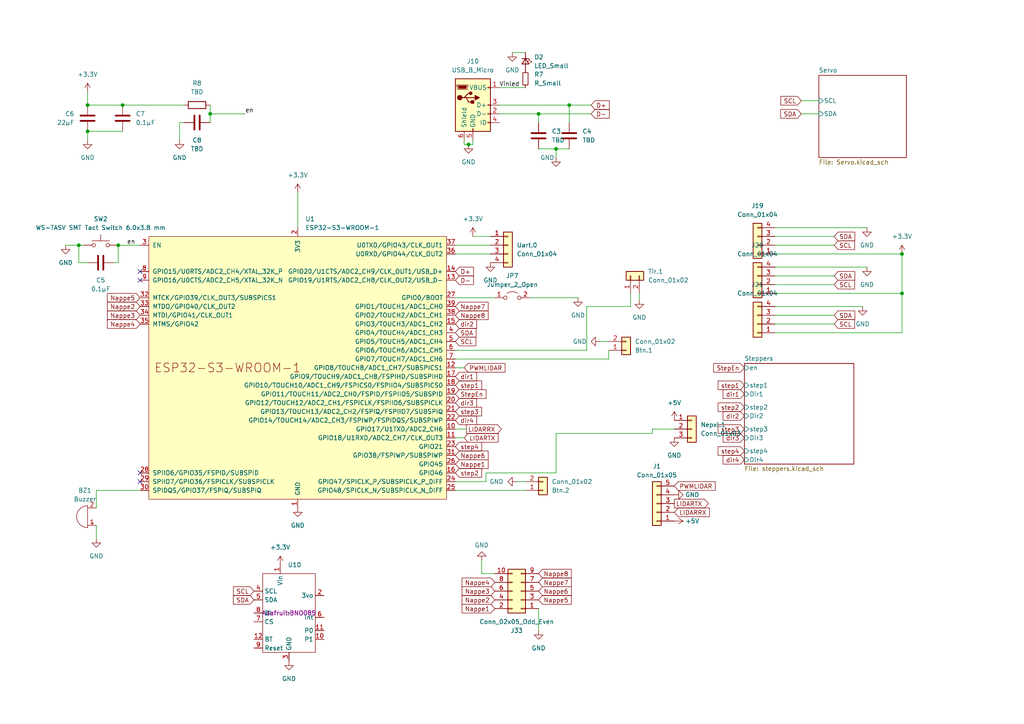
<source format=kicad_sch>
(kicad_sch (version 20230121) (generator eeschema)

  (uuid 07e9d249-f6a6-481f-972e-a17d6f0fadae)

  (paper "A4")

  (lib_symbols
    (symbol "Adafruit_BOBs:BNO085_BOB" (in_bom yes) (on_board yes)
      (property "Reference" "U" (at 0 12.7 0)
        (effects (font (size 1.27 1.27)))
      )
      (property "Value" "" (at 0 0 0)
        (effects (font (size 1.27 1.27)))
      )
      (property "Footprint" "" (at 0 0 0)
        (effects (font (size 1.27 1.27)) hide)
      )
      (property "Datasheet" "" (at 0 0 0)
        (effects (font (size 1.27 1.27)) hide)
      )
      (symbol "BNO085_BOB_0_1"
        (rectangle (start -7.62 11.43) (end 7.62 -11.43)
          (stroke (width 0) (type default))
          (fill (type none))
        )
      )
      (symbol "BNO085_BOB_1_1"
        (pin input line (at -2.54 13.97 270) (length 2.54)
          (name "Vin" (effects (font (size 1.27 1.27))))
          (number "1" (effects (font (size 1.27 1.27))))
        )
        (pin input line (at 10.16 -7.62 180) (length 2.54)
          (name "P1" (effects (font (size 1.27 1.27))))
          (number "10" (effects (font (size 1.27 1.27))))
        )
        (pin input line (at 10.16 -5.08 180) (length 2.54)
          (name "P0" (effects (font (size 1.27 1.27))))
          (number "11" (effects (font (size 1.27 1.27))))
        )
        (pin input line (at -10.16 -7.62 0) (length 2.54)
          (name "BT" (effects (font (size 1.27 1.27))))
          (number "12" (effects (font (size 1.27 1.27))))
        )
        (pin power_out line (at 10.16 5.08 180) (length 2.54)
          (name "3vo" (effects (font (size 1.27 1.27))))
          (number "2" (effects (font (size 1.27 1.27))))
        )
        (pin output line (at 0 -13.97 90) (length 2.54)
          (name "GND" (effects (font (size 1.27 1.27))))
          (number "3" (effects (font (size 1.27 1.27))))
        )
        (pin input line (at -10.16 6.35 0) (length 2.54)
          (name "SCL" (effects (font (size 1.27 1.27))))
          (number "4" (effects (font (size 1.27 1.27))))
        )
        (pin bidirectional line (at -10.16 3.81 0) (length 2.54)
          (name "SDA" (effects (font (size 1.27 1.27))))
          (number "5" (effects (font (size 1.27 1.27))))
        )
        (pin output line (at 10.16 -1.27 180) (length 2.54)
          (name "int" (effects (font (size 1.27 1.27))))
          (number "6" (effects (font (size 1.27 1.27))))
        )
        (pin input line (at -10.16 -2.54 0) (length 2.54)
          (name "CS" (effects (font (size 1.27 1.27))))
          (number "7" (effects (font (size 1.27 1.27))))
        )
        (pin input line (at -10.16 0 0) (length 2.54)
          (name "DI" (effects (font (size 1.27 1.27))))
          (number "8" (effects (font (size 1.27 1.27))))
        )
        (pin output line (at -10.16 -10.16 0) (length 2.54)
          (name "Reset" (effects (font (size 1.27 1.27))))
          (number "9" (effects (font (size 1.27 1.27))))
        )
      )
    )
    (symbol "Connector:USB_B_Micro" (pin_names (offset 1.016)) (in_bom yes) (on_board yes)
      (property "Reference" "J" (at -5.08 11.43 0)
        (effects (font (size 1.27 1.27)) (justify left))
      )
      (property "Value" "USB_B_Micro" (at -5.08 8.89 0)
        (effects (font (size 1.27 1.27)) (justify left))
      )
      (property "Footprint" "" (at 3.81 -1.27 0)
        (effects (font (size 1.27 1.27)) hide)
      )
      (property "Datasheet" "~" (at 3.81 -1.27 0)
        (effects (font (size 1.27 1.27)) hide)
      )
      (property "ki_keywords" "connector USB micro" (at 0 0 0)
        (effects (font (size 1.27 1.27)) hide)
      )
      (property "ki_description" "USB Micro Type B connector" (at 0 0 0)
        (effects (font (size 1.27 1.27)) hide)
      )
      (property "ki_fp_filters" "USB*" (at 0 0 0)
        (effects (font (size 1.27 1.27)) hide)
      )
      (symbol "USB_B_Micro_0_1"
        (rectangle (start -5.08 -7.62) (end 5.08 7.62)
          (stroke (width 0.254) (type default))
          (fill (type background))
        )
        (circle (center -3.81 2.159) (radius 0.635)
          (stroke (width 0.254) (type default))
          (fill (type outline))
        )
        (circle (center -0.635 3.429) (radius 0.381)
          (stroke (width 0.254) (type default))
          (fill (type outline))
        )
        (rectangle (start -0.127 -7.62) (end 0.127 -6.858)
          (stroke (width 0) (type default))
          (fill (type none))
        )
        (polyline
          (pts
            (xy -1.905 2.159)
            (xy 0.635 2.159)
          )
          (stroke (width 0.254) (type default))
          (fill (type none))
        )
        (polyline
          (pts
            (xy -3.175 2.159)
            (xy -2.54 2.159)
            (xy -1.27 3.429)
            (xy -0.635 3.429)
          )
          (stroke (width 0.254) (type default))
          (fill (type none))
        )
        (polyline
          (pts
            (xy -2.54 2.159)
            (xy -1.905 2.159)
            (xy -1.27 0.889)
            (xy 0 0.889)
          )
          (stroke (width 0.254) (type default))
          (fill (type none))
        )
        (polyline
          (pts
            (xy 0.635 2.794)
            (xy 0.635 1.524)
            (xy 1.905 2.159)
            (xy 0.635 2.794)
          )
          (stroke (width 0.254) (type default))
          (fill (type outline))
        )
        (polyline
          (pts
            (xy -4.318 5.588)
            (xy -1.778 5.588)
            (xy -2.032 4.826)
            (xy -4.064 4.826)
            (xy -4.318 5.588)
          )
          (stroke (width 0) (type default))
          (fill (type outline))
        )
        (polyline
          (pts
            (xy -4.699 5.842)
            (xy -4.699 5.588)
            (xy -4.445 4.826)
            (xy -4.445 4.572)
            (xy -1.651 4.572)
            (xy -1.651 4.826)
            (xy -1.397 5.588)
            (xy -1.397 5.842)
            (xy -4.699 5.842)
          )
          (stroke (width 0) (type default))
          (fill (type none))
        )
        (rectangle (start 0.254 1.27) (end -0.508 0.508)
          (stroke (width 0.254) (type default))
          (fill (type outline))
        )
        (rectangle (start 5.08 -5.207) (end 4.318 -4.953)
          (stroke (width 0) (type default))
          (fill (type none))
        )
        (rectangle (start 5.08 -2.667) (end 4.318 -2.413)
          (stroke (width 0) (type default))
          (fill (type none))
        )
        (rectangle (start 5.08 -0.127) (end 4.318 0.127)
          (stroke (width 0) (type default))
          (fill (type none))
        )
        (rectangle (start 5.08 4.953) (end 4.318 5.207)
          (stroke (width 0) (type default))
          (fill (type none))
        )
      )
      (symbol "USB_B_Micro_1_1"
        (pin power_out line (at 7.62 5.08 180) (length 2.54)
          (name "VBUS" (effects (font (size 1.27 1.27))))
          (number "1" (effects (font (size 1.27 1.27))))
        )
        (pin bidirectional line (at 7.62 -2.54 180) (length 2.54)
          (name "D-" (effects (font (size 1.27 1.27))))
          (number "2" (effects (font (size 1.27 1.27))))
        )
        (pin bidirectional line (at 7.62 0 180) (length 2.54)
          (name "D+" (effects (font (size 1.27 1.27))))
          (number "3" (effects (font (size 1.27 1.27))))
        )
        (pin passive line (at 7.62 -5.08 180) (length 2.54)
          (name "ID" (effects (font (size 1.27 1.27))))
          (number "4" (effects (font (size 1.27 1.27))))
        )
        (pin power_out line (at 0 -10.16 90) (length 2.54)
          (name "GND" (effects (font (size 1.27 1.27))))
          (number "5" (effects (font (size 1.27 1.27))))
        )
        (pin passive line (at -2.54 -10.16 90) (length 2.54)
          (name "Shield" (effects (font (size 1.27 1.27))))
          (number "6" (effects (font (size 1.27 1.27))))
        )
      )
    )
    (symbol "Connector_Generic:Conn_01x02" (pin_names (offset 1.016) hide) (in_bom yes) (on_board yes)
      (property "Reference" "J" (at 0 2.54 0)
        (effects (font (size 1.27 1.27)))
      )
      (property "Value" "Conn_01x02" (at 0 -5.08 0)
        (effects (font (size 1.27 1.27)))
      )
      (property "Footprint" "" (at 0 0 0)
        (effects (font (size 1.27 1.27)) hide)
      )
      (property "Datasheet" "~" (at 0 0 0)
        (effects (font (size 1.27 1.27)) hide)
      )
      (property "ki_keywords" "connector" (at 0 0 0)
        (effects (font (size 1.27 1.27)) hide)
      )
      (property "ki_description" "Generic connector, single row, 01x02, script generated (kicad-library-utils/schlib/autogen/connector/)" (at 0 0 0)
        (effects (font (size 1.27 1.27)) hide)
      )
      (property "ki_fp_filters" "Connector*:*_1x??_*" (at 0 0 0)
        (effects (font (size 1.27 1.27)) hide)
      )
      (symbol "Conn_01x02_1_1"
        (rectangle (start -1.27 -2.413) (end 0 -2.667)
          (stroke (width 0.1524) (type default))
          (fill (type none))
        )
        (rectangle (start -1.27 0.127) (end 0 -0.127)
          (stroke (width 0.1524) (type default))
          (fill (type none))
        )
        (rectangle (start -1.27 1.27) (end 1.27 -3.81)
          (stroke (width 0.254) (type default))
          (fill (type background))
        )
        (pin passive line (at -5.08 0 0) (length 3.81)
          (name "Pin_1" (effects (font (size 1.27 1.27))))
          (number "1" (effects (font (size 1.27 1.27))))
        )
        (pin passive line (at -5.08 -2.54 0) (length 3.81)
          (name "Pin_2" (effects (font (size 1.27 1.27))))
          (number "2" (effects (font (size 1.27 1.27))))
        )
      )
    )
    (symbol "Connector_Generic:Conn_01x03" (pin_names (offset 1.016) hide) (in_bom yes) (on_board yes)
      (property "Reference" "J" (at 0 5.08 0)
        (effects (font (size 1.27 1.27)))
      )
      (property "Value" "Conn_01x03" (at 0 -5.08 0)
        (effects (font (size 1.27 1.27)))
      )
      (property "Footprint" "" (at 0 0 0)
        (effects (font (size 1.27 1.27)) hide)
      )
      (property "Datasheet" "~" (at 0 0 0)
        (effects (font (size 1.27 1.27)) hide)
      )
      (property "ki_keywords" "connector" (at 0 0 0)
        (effects (font (size 1.27 1.27)) hide)
      )
      (property "ki_description" "Generic connector, single row, 01x03, script generated (kicad-library-utils/schlib/autogen/connector/)" (at 0 0 0)
        (effects (font (size 1.27 1.27)) hide)
      )
      (property "ki_fp_filters" "Connector*:*_1x??_*" (at 0 0 0)
        (effects (font (size 1.27 1.27)) hide)
      )
      (symbol "Conn_01x03_1_1"
        (rectangle (start -1.27 -2.413) (end 0 -2.667)
          (stroke (width 0.1524) (type default))
          (fill (type none))
        )
        (rectangle (start -1.27 0.127) (end 0 -0.127)
          (stroke (width 0.1524) (type default))
          (fill (type none))
        )
        (rectangle (start -1.27 2.667) (end 0 2.413)
          (stroke (width 0.1524) (type default))
          (fill (type none))
        )
        (rectangle (start -1.27 3.81) (end 1.27 -3.81)
          (stroke (width 0.254) (type default))
          (fill (type background))
        )
        (pin passive line (at -5.08 2.54 0) (length 3.81)
          (name "Pin_1" (effects (font (size 1.27 1.27))))
          (number "1" (effects (font (size 1.27 1.27))))
        )
        (pin passive line (at -5.08 0 0) (length 3.81)
          (name "Pin_2" (effects (font (size 1.27 1.27))))
          (number "2" (effects (font (size 1.27 1.27))))
        )
        (pin passive line (at -5.08 -2.54 0) (length 3.81)
          (name "Pin_3" (effects (font (size 1.27 1.27))))
          (number "3" (effects (font (size 1.27 1.27))))
        )
      )
    )
    (symbol "Connector_Generic:Conn_01x04" (pin_names (offset 1.016) hide) (in_bom yes) (on_board yes)
      (property "Reference" "J" (at 0 5.08 0)
        (effects (font (size 1.27 1.27)))
      )
      (property "Value" "Conn_01x04" (at 0 -7.62 0)
        (effects (font (size 1.27 1.27)))
      )
      (property "Footprint" "" (at 0 0 0)
        (effects (font (size 1.27 1.27)) hide)
      )
      (property "Datasheet" "~" (at 0 0 0)
        (effects (font (size 1.27 1.27)) hide)
      )
      (property "ki_keywords" "connector" (at 0 0 0)
        (effects (font (size 1.27 1.27)) hide)
      )
      (property "ki_description" "Generic connector, single row, 01x04, script generated (kicad-library-utils/schlib/autogen/connector/)" (at 0 0 0)
        (effects (font (size 1.27 1.27)) hide)
      )
      (property "ki_fp_filters" "Connector*:*_1x??_*" (at 0 0 0)
        (effects (font (size 1.27 1.27)) hide)
      )
      (symbol "Conn_01x04_1_1"
        (rectangle (start -1.27 -4.953) (end 0 -5.207)
          (stroke (width 0.1524) (type default))
          (fill (type none))
        )
        (rectangle (start -1.27 -2.413) (end 0 -2.667)
          (stroke (width 0.1524) (type default))
          (fill (type none))
        )
        (rectangle (start -1.27 0.127) (end 0 -0.127)
          (stroke (width 0.1524) (type default))
          (fill (type none))
        )
        (rectangle (start -1.27 2.667) (end 0 2.413)
          (stroke (width 0.1524) (type default))
          (fill (type none))
        )
        (rectangle (start -1.27 3.81) (end 1.27 -6.35)
          (stroke (width 0.254) (type default))
          (fill (type background))
        )
        (pin passive line (at -5.08 2.54 0) (length 3.81)
          (name "Pin_1" (effects (font (size 1.27 1.27))))
          (number "1" (effects (font (size 1.27 1.27))))
        )
        (pin passive line (at -5.08 0 0) (length 3.81)
          (name "Pin_2" (effects (font (size 1.27 1.27))))
          (number "2" (effects (font (size 1.27 1.27))))
        )
        (pin passive line (at -5.08 -2.54 0) (length 3.81)
          (name "Pin_3" (effects (font (size 1.27 1.27))))
          (number "3" (effects (font (size 1.27 1.27))))
        )
        (pin passive line (at -5.08 -5.08 0) (length 3.81)
          (name "Pin_4" (effects (font (size 1.27 1.27))))
          (number "4" (effects (font (size 1.27 1.27))))
        )
      )
    )
    (symbol "Connector_Generic:Conn_01x05" (pin_names (offset 1.016) hide) (in_bom yes) (on_board yes)
      (property "Reference" "J" (at 0 7.62 0)
        (effects (font (size 1.27 1.27)))
      )
      (property "Value" "Conn_01x05" (at 0 -7.62 0)
        (effects (font (size 1.27 1.27)))
      )
      (property "Footprint" "" (at 0 0 0)
        (effects (font (size 1.27 1.27)) hide)
      )
      (property "Datasheet" "~" (at 0 0 0)
        (effects (font (size 1.27 1.27)) hide)
      )
      (property "ki_keywords" "connector" (at 0 0 0)
        (effects (font (size 1.27 1.27)) hide)
      )
      (property "ki_description" "Generic connector, single row, 01x05, script generated (kicad-library-utils/schlib/autogen/connector/)" (at 0 0 0)
        (effects (font (size 1.27 1.27)) hide)
      )
      (property "ki_fp_filters" "Connector*:*_1x??_*" (at 0 0 0)
        (effects (font (size 1.27 1.27)) hide)
      )
      (symbol "Conn_01x05_1_1"
        (rectangle (start -1.27 -4.953) (end 0 -5.207)
          (stroke (width 0.1524) (type default))
          (fill (type none))
        )
        (rectangle (start -1.27 -2.413) (end 0 -2.667)
          (stroke (width 0.1524) (type default))
          (fill (type none))
        )
        (rectangle (start -1.27 0.127) (end 0 -0.127)
          (stroke (width 0.1524) (type default))
          (fill (type none))
        )
        (rectangle (start -1.27 2.667) (end 0 2.413)
          (stroke (width 0.1524) (type default))
          (fill (type none))
        )
        (rectangle (start -1.27 5.207) (end 0 4.953)
          (stroke (width 0.1524) (type default))
          (fill (type none))
        )
        (rectangle (start -1.27 6.35) (end 1.27 -6.35)
          (stroke (width 0.254) (type default))
          (fill (type background))
        )
        (pin passive line (at -5.08 5.08 0) (length 3.81)
          (name "Pin_1" (effects (font (size 1.27 1.27))))
          (number "1" (effects (font (size 1.27 1.27))))
        )
        (pin passive line (at -5.08 2.54 0) (length 3.81)
          (name "Pin_2" (effects (font (size 1.27 1.27))))
          (number "2" (effects (font (size 1.27 1.27))))
        )
        (pin passive line (at -5.08 0 0) (length 3.81)
          (name "Pin_3" (effects (font (size 1.27 1.27))))
          (number "3" (effects (font (size 1.27 1.27))))
        )
        (pin passive line (at -5.08 -2.54 0) (length 3.81)
          (name "Pin_4" (effects (font (size 1.27 1.27))))
          (number "4" (effects (font (size 1.27 1.27))))
        )
        (pin passive line (at -5.08 -5.08 0) (length 3.81)
          (name "Pin_5" (effects (font (size 1.27 1.27))))
          (number "5" (effects (font (size 1.27 1.27))))
        )
      )
    )
    (symbol "Connector_Generic:Conn_02x05_Odd_Even" (pin_names (offset 1.016) hide) (in_bom yes) (on_board yes)
      (property "Reference" "J" (at 1.27 7.62 0)
        (effects (font (size 1.27 1.27)))
      )
      (property "Value" "Conn_02x05_Odd_Even" (at 1.27 -7.62 0)
        (effects (font (size 1.27 1.27)))
      )
      (property "Footprint" "" (at 0 0 0)
        (effects (font (size 1.27 1.27)) hide)
      )
      (property "Datasheet" "~" (at 0 0 0)
        (effects (font (size 1.27 1.27)) hide)
      )
      (property "ki_keywords" "connector" (at 0 0 0)
        (effects (font (size 1.27 1.27)) hide)
      )
      (property "ki_description" "Generic connector, double row, 02x05, odd/even pin numbering scheme (row 1 odd numbers, row 2 even numbers), script generated (kicad-library-utils/schlib/autogen/connector/)" (at 0 0 0)
        (effects (font (size 1.27 1.27)) hide)
      )
      (property "ki_fp_filters" "Connector*:*_2x??_*" (at 0 0 0)
        (effects (font (size 1.27 1.27)) hide)
      )
      (symbol "Conn_02x05_Odd_Even_1_1"
        (rectangle (start -1.27 -4.953) (end 0 -5.207)
          (stroke (width 0.1524) (type default))
          (fill (type none))
        )
        (rectangle (start -1.27 -2.413) (end 0 -2.667)
          (stroke (width 0.1524) (type default))
          (fill (type none))
        )
        (rectangle (start -1.27 0.127) (end 0 -0.127)
          (stroke (width 0.1524) (type default))
          (fill (type none))
        )
        (rectangle (start -1.27 2.667) (end 0 2.413)
          (stroke (width 0.1524) (type default))
          (fill (type none))
        )
        (rectangle (start -1.27 5.207) (end 0 4.953)
          (stroke (width 0.1524) (type default))
          (fill (type none))
        )
        (rectangle (start -1.27 6.35) (end 3.81 -6.35)
          (stroke (width 0.254) (type default))
          (fill (type background))
        )
        (rectangle (start 3.81 -4.953) (end 2.54 -5.207)
          (stroke (width 0.1524) (type default))
          (fill (type none))
        )
        (rectangle (start 3.81 -2.413) (end 2.54 -2.667)
          (stroke (width 0.1524) (type default))
          (fill (type none))
        )
        (rectangle (start 3.81 0.127) (end 2.54 -0.127)
          (stroke (width 0.1524) (type default))
          (fill (type none))
        )
        (rectangle (start 3.81 2.667) (end 2.54 2.413)
          (stroke (width 0.1524) (type default))
          (fill (type none))
        )
        (rectangle (start 3.81 5.207) (end 2.54 4.953)
          (stroke (width 0.1524) (type default))
          (fill (type none))
        )
        (pin passive line (at -5.08 5.08 0) (length 3.81)
          (name "Pin_1" (effects (font (size 1.27 1.27))))
          (number "1" (effects (font (size 1.27 1.27))))
        )
        (pin passive line (at 7.62 -5.08 180) (length 3.81)
          (name "Pin_10" (effects (font (size 1.27 1.27))))
          (number "10" (effects (font (size 1.27 1.27))))
        )
        (pin passive line (at 7.62 5.08 180) (length 3.81)
          (name "Pin_2" (effects (font (size 1.27 1.27))))
          (number "2" (effects (font (size 1.27 1.27))))
        )
        (pin passive line (at -5.08 2.54 0) (length 3.81)
          (name "Pin_3" (effects (font (size 1.27 1.27))))
          (number "3" (effects (font (size 1.27 1.27))))
        )
        (pin passive line (at 7.62 2.54 180) (length 3.81)
          (name "Pin_4" (effects (font (size 1.27 1.27))))
          (number "4" (effects (font (size 1.27 1.27))))
        )
        (pin passive line (at -5.08 0 0) (length 3.81)
          (name "Pin_5" (effects (font (size 1.27 1.27))))
          (number "5" (effects (font (size 1.27 1.27))))
        )
        (pin passive line (at 7.62 0 180) (length 3.81)
          (name "Pin_6" (effects (font (size 1.27 1.27))))
          (number "6" (effects (font (size 1.27 1.27))))
        )
        (pin passive line (at -5.08 -2.54 0) (length 3.81)
          (name "Pin_7" (effects (font (size 1.27 1.27))))
          (number "7" (effects (font (size 1.27 1.27))))
        )
        (pin passive line (at 7.62 -2.54 180) (length 3.81)
          (name "Pin_8" (effects (font (size 1.27 1.27))))
          (number "8" (effects (font (size 1.27 1.27))))
        )
        (pin passive line (at -5.08 -5.08 0) (length 3.81)
          (name "Pin_9" (effects (font (size 1.27 1.27))))
          (number "9" (effects (font (size 1.27 1.27))))
        )
      )
    )
    (symbol "Device:Buzzer" (pin_names (offset 0.0254) hide) (in_bom yes) (on_board yes)
      (property "Reference" "BZ" (at 3.81 1.27 0)
        (effects (font (size 1.27 1.27)) (justify left))
      )
      (property "Value" "Buzzer" (at 3.81 -1.27 0)
        (effects (font (size 1.27 1.27)) (justify left))
      )
      (property "Footprint" "" (at -0.635 2.54 90)
        (effects (font (size 1.27 1.27)) hide)
      )
      (property "Datasheet" "~" (at -0.635 2.54 90)
        (effects (font (size 1.27 1.27)) hide)
      )
      (property "ki_keywords" "quartz resonator ceramic" (at 0 0 0)
        (effects (font (size 1.27 1.27)) hide)
      )
      (property "ki_description" "Buzzer, polarized" (at 0 0 0)
        (effects (font (size 1.27 1.27)) hide)
      )
      (property "ki_fp_filters" "*Buzzer*" (at 0 0 0)
        (effects (font (size 1.27 1.27)) hide)
      )
      (symbol "Buzzer_0_1"
        (arc (start 0 -3.175) (mid 3.1612 0) (end 0 3.175)
          (stroke (width 0) (type default))
          (fill (type none))
        )
        (polyline
          (pts
            (xy -1.651 1.905)
            (xy -1.143 1.905)
          )
          (stroke (width 0) (type default))
          (fill (type none))
        )
        (polyline
          (pts
            (xy -1.397 2.159)
            (xy -1.397 1.651)
          )
          (stroke (width 0) (type default))
          (fill (type none))
        )
        (polyline
          (pts
            (xy 0 3.175)
            (xy 0 -3.175)
          )
          (stroke (width 0) (type default))
          (fill (type none))
        )
      )
      (symbol "Buzzer_1_1"
        (pin passive line (at -2.54 2.54 0) (length 2.54)
          (name "-" (effects (font (size 1.27 1.27))))
          (number "1" (effects (font (size 1.27 1.27))))
        )
        (pin passive line (at -2.54 -2.54 0) (length 2.54)
          (name "+" (effects (font (size 1.27 1.27))))
          (number "2" (effects (font (size 1.27 1.27))))
        )
      )
    )
    (symbol "Device:C" (pin_numbers hide) (pin_names (offset 0.254)) (in_bom yes) (on_board yes)
      (property "Reference" "C" (at 0.635 2.54 0)
        (effects (font (size 1.27 1.27)) (justify left))
      )
      (property "Value" "C" (at 0.635 -2.54 0)
        (effects (font (size 1.27 1.27)) (justify left))
      )
      (property "Footprint" "" (at 0.9652 -3.81 0)
        (effects (font (size 1.27 1.27)) hide)
      )
      (property "Datasheet" "~" (at 0 0 0)
        (effects (font (size 1.27 1.27)) hide)
      )
      (property "ki_keywords" "cap capacitor" (at 0 0 0)
        (effects (font (size 1.27 1.27)) hide)
      )
      (property "ki_description" "Unpolarized capacitor" (at 0 0 0)
        (effects (font (size 1.27 1.27)) hide)
      )
      (property "ki_fp_filters" "C_*" (at 0 0 0)
        (effects (font (size 1.27 1.27)) hide)
      )
      (symbol "C_0_1"
        (polyline
          (pts
            (xy -2.032 -0.762)
            (xy 2.032 -0.762)
          )
          (stroke (width 0.508) (type default))
          (fill (type none))
        )
        (polyline
          (pts
            (xy -2.032 0.762)
            (xy 2.032 0.762)
          )
          (stroke (width 0.508) (type default))
          (fill (type none))
        )
      )
      (symbol "C_1_1"
        (pin passive line (at 0 3.81 270) (length 2.794)
          (name "~" (effects (font (size 1.27 1.27))))
          (number "1" (effects (font (size 1.27 1.27))))
        )
        (pin passive line (at 0 -3.81 90) (length 2.794)
          (name "~" (effects (font (size 1.27 1.27))))
          (number "2" (effects (font (size 1.27 1.27))))
        )
      )
    )
    (symbol "Device:LED_Small" (pin_numbers hide) (pin_names (offset 0.254) hide) (in_bom yes) (on_board yes)
      (property "Reference" "D" (at -1.27 3.175 0)
        (effects (font (size 1.27 1.27)) (justify left))
      )
      (property "Value" "LED_Small" (at -4.445 -2.54 0)
        (effects (font (size 1.27 1.27)) (justify left))
      )
      (property "Footprint" "" (at 0 0 90)
        (effects (font (size 1.27 1.27)) hide)
      )
      (property "Datasheet" "~" (at 0 0 90)
        (effects (font (size 1.27 1.27)) hide)
      )
      (property "ki_keywords" "LED diode light-emitting-diode" (at 0 0 0)
        (effects (font (size 1.27 1.27)) hide)
      )
      (property "ki_description" "Light emitting diode, small symbol" (at 0 0 0)
        (effects (font (size 1.27 1.27)) hide)
      )
      (property "ki_fp_filters" "LED* LED_SMD:* LED_THT:*" (at 0 0 0)
        (effects (font (size 1.27 1.27)) hide)
      )
      (symbol "LED_Small_0_1"
        (polyline
          (pts
            (xy -0.762 -1.016)
            (xy -0.762 1.016)
          )
          (stroke (width 0.254) (type default))
          (fill (type none))
        )
        (polyline
          (pts
            (xy 1.016 0)
            (xy -0.762 0)
          )
          (stroke (width 0) (type default))
          (fill (type none))
        )
        (polyline
          (pts
            (xy 0.762 -1.016)
            (xy -0.762 0)
            (xy 0.762 1.016)
            (xy 0.762 -1.016)
          )
          (stroke (width 0.254) (type default))
          (fill (type none))
        )
        (polyline
          (pts
            (xy 0 0.762)
            (xy -0.508 1.27)
            (xy -0.254 1.27)
            (xy -0.508 1.27)
            (xy -0.508 1.016)
          )
          (stroke (width 0) (type default))
          (fill (type none))
        )
        (polyline
          (pts
            (xy 0.508 1.27)
            (xy 0 1.778)
            (xy 0.254 1.778)
            (xy 0 1.778)
            (xy 0 1.524)
          )
          (stroke (width 0) (type default))
          (fill (type none))
        )
      )
      (symbol "LED_Small_1_1"
        (pin passive line (at -2.54 0 0) (length 1.778)
          (name "K" (effects (font (size 1.27 1.27))))
          (number "1" (effects (font (size 1.27 1.27))))
        )
        (pin passive line (at 2.54 0 180) (length 1.778)
          (name "A" (effects (font (size 1.27 1.27))))
          (number "2" (effects (font (size 1.27 1.27))))
        )
      )
    )
    (symbol "Device:R" (pin_numbers hide) (pin_names (offset 0)) (in_bom yes) (on_board yes)
      (property "Reference" "R" (at 2.032 0 90)
        (effects (font (size 1.27 1.27)))
      )
      (property "Value" "R" (at 0 0 90)
        (effects (font (size 1.27 1.27)))
      )
      (property "Footprint" "" (at -1.778 0 90)
        (effects (font (size 1.27 1.27)) hide)
      )
      (property "Datasheet" "~" (at 0 0 0)
        (effects (font (size 1.27 1.27)) hide)
      )
      (property "ki_keywords" "R res resistor" (at 0 0 0)
        (effects (font (size 1.27 1.27)) hide)
      )
      (property "ki_description" "Resistor" (at 0 0 0)
        (effects (font (size 1.27 1.27)) hide)
      )
      (property "ki_fp_filters" "R_*" (at 0 0 0)
        (effects (font (size 1.27 1.27)) hide)
      )
      (symbol "R_0_1"
        (rectangle (start -1.016 -2.54) (end 1.016 2.54)
          (stroke (width 0.254) (type default))
          (fill (type none))
        )
      )
      (symbol "R_1_1"
        (pin passive line (at 0 3.81 270) (length 1.27)
          (name "~" (effects (font (size 1.27 1.27))))
          (number "1" (effects (font (size 1.27 1.27))))
        )
        (pin passive line (at 0 -3.81 90) (length 1.27)
          (name "~" (effects (font (size 1.27 1.27))))
          (number "2" (effects (font (size 1.27 1.27))))
        )
      )
    )
    (symbol "Device:R_Small" (pin_numbers hide) (pin_names (offset 0.254) hide) (in_bom yes) (on_board yes)
      (property "Reference" "R" (at 0.762 0.508 0)
        (effects (font (size 1.27 1.27)) (justify left))
      )
      (property "Value" "R_Small" (at 0.762 -1.016 0)
        (effects (font (size 1.27 1.27)) (justify left))
      )
      (property "Footprint" "" (at 0 0 0)
        (effects (font (size 1.27 1.27)) hide)
      )
      (property "Datasheet" "~" (at 0 0 0)
        (effects (font (size 1.27 1.27)) hide)
      )
      (property "ki_keywords" "R resistor" (at 0 0 0)
        (effects (font (size 1.27 1.27)) hide)
      )
      (property "ki_description" "Resistor, small symbol" (at 0 0 0)
        (effects (font (size 1.27 1.27)) hide)
      )
      (property "ki_fp_filters" "R_*" (at 0 0 0)
        (effects (font (size 1.27 1.27)) hide)
      )
      (symbol "R_Small_0_1"
        (rectangle (start -0.762 1.778) (end 0.762 -1.778)
          (stroke (width 0.2032) (type default))
          (fill (type none))
        )
      )
      (symbol "R_Small_1_1"
        (pin passive line (at 0 2.54 270) (length 0.762)
          (name "~" (effects (font (size 1.27 1.27))))
          (number "1" (effects (font (size 1.27 1.27))))
        )
        (pin passive line (at 0 -2.54 90) (length 0.762)
          (name "~" (effects (font (size 1.27 1.27))))
          (number "2" (effects (font (size 1.27 1.27))))
        )
      )
    )
    (symbol "Esp32:ESP32-S3-WROOM-1" (pin_names (offset 1.016)) (in_bom yes) (on_board yes)
      (property "Reference" "U" (at -43.18 43.18 0)
        (effects (font (size 1.27 1.27)) (justify left))
      )
      (property "Value" "ESP32-S3-WROOM-1" (at -43.18 40.64 0)
        (effects (font (size 1.27 1.27)) (justify left))
      )
      (property "Footprint" "Espressif:ESP32-S3-WROOM-1" (at 2.54 -48.26 0)
        (effects (font (size 1.27 1.27)) hide)
      )
      (property "Datasheet" "https://www.espressif.com/sites/default/files/documentation/esp32-s3-wroom-1_wroom-1u_datasheet_en.pdf" (at 2.54 -50.8 0)
        (effects (font (size 1.27 1.27)) hide)
      )
      (property "ki_description" "2.4 GHz WiFi (802.11 b/g/n) and Bluetooth ® 5 (LE) module Built around ESP32S3 series of SoCs, Xtensa ® dualcore 32bit LX7 microprocessor Flash up to 16 MB, PSRAM up to 8 MB 36 GPIOs, rich set of peripherals Onboard PCB antenna" (at 0 0 0)
        (effects (font (size 1.27 1.27)) hide)
      )
      (symbol "ESP32-S3-WROOM-1_0_0"
        (text "ESP32-S3-WROOM-1" (at -20.32 0 0)
          (effects (font (size 2.54 2.54)))
        )
        (pin power_in line (at 0 -40.64 90) (length 2.54)
          (name "GND" (effects (font (size 1.27 1.27))))
          (number "1" (effects (font (size 1.27 1.27))))
        )
        (pin bidirectional line (at 45.72 -17.78 180) (length 2.54)
          (name "GPIO17/U1TXD/ADC2_CH6" (effects (font (size 1.27 1.27))))
          (number "10" (effects (font (size 1.27 1.27))))
        )
        (pin bidirectional line (at 45.72 -20.32 180) (length 2.54)
          (name "GPIO18/U1RXD/ADC2_CH7/CLK_OUT3" (effects (font (size 1.27 1.27))))
          (number "11" (effects (font (size 1.27 1.27))))
        )
        (pin bidirectional line (at 45.72 0 180) (length 2.54)
          (name "GPIO8/TOUCH8/ADC1_CH7/SUBSPICS1" (effects (font (size 1.27 1.27))))
          (number "12" (effects (font (size 1.27 1.27))))
        )
        (pin bidirectional line (at 45.72 25.4 180) (length 2.54)
          (name "GPIO19/U1RTS/ADC2_CH8/CLK_OUT2/USB_D-" (effects (font (size 1.27 1.27))))
          (number "13" (effects (font (size 1.27 1.27))))
        )
        (pin bidirectional line (at 45.72 27.94 180) (length 2.54)
          (name "GPIO20/U1CTS/ADC2_CH9/CLK_OUT1/USB_D+" (effects (font (size 1.27 1.27))))
          (number "14" (effects (font (size 1.27 1.27))))
        )
        (pin bidirectional line (at 45.72 12.7 180) (length 2.54)
          (name "GPIO3/TOUCH3/ADC1_CH2" (effects (font (size 1.27 1.27))))
          (number "15" (effects (font (size 1.27 1.27))))
        )
        (pin bidirectional line (at 45.72 -30.48 180) (length 2.54)
          (name "GPIO46" (effects (font (size 1.27 1.27))))
          (number "16" (effects (font (size 1.27 1.27))))
        )
        (pin bidirectional line (at 45.72 -2.54 180) (length 2.54)
          (name "GPIO9/TOUCH9/ADC1_CH8/FSPIHD/SUBSPIHD" (effects (font (size 1.27 1.27))))
          (number "17" (effects (font (size 1.27 1.27))))
        )
        (pin bidirectional line (at 45.72 -5.08 180) (length 2.54)
          (name "GPIO10/TOUCH10/ADC1_CH9/FSPICS0/FSPIIO4/SUBSPICS0" (effects (font (size 1.27 1.27))))
          (number "18" (effects (font (size 1.27 1.27))))
        )
        (pin bidirectional line (at 45.72 -7.62 180) (length 2.54)
          (name "GPIO11/TOUCH11/ADC2_CH0/FSPID/FSPIIO5/SUBSPID" (effects (font (size 1.27 1.27))))
          (number "19" (effects (font (size 1.27 1.27))))
        )
        (pin power_in line (at 0 40.64 270) (length 2.54)
          (name "3V3" (effects (font (size 1.27 1.27))))
          (number "2" (effects (font (size 1.27 1.27))))
        )
        (pin bidirectional line (at 45.72 -10.16 180) (length 2.54)
          (name "GPIO12/TOUCH12/ADC2_CH1/FSPICLK/FSPIIO6/SUBSPICLK" (effects (font (size 1.27 1.27))))
          (number "20" (effects (font (size 1.27 1.27))))
        )
        (pin bidirectional line (at 45.72 -12.7 180) (length 2.54)
          (name "GPIO13/TOUCH13/ADC2_CH2/FSPIQ/FSPIIO7/SUBSPIQ" (effects (font (size 1.27 1.27))))
          (number "21" (effects (font (size 1.27 1.27))))
        )
        (pin bidirectional line (at 45.72 -15.24 180) (length 2.54)
          (name "GPIO14/TOUCH14/ADC2_CH3/FSPIWP/FSPIDQS/SUBSPIWP" (effects (font (size 1.27 1.27))))
          (number "22" (effects (font (size 1.27 1.27))))
        )
        (pin bidirectional line (at 45.72 -22.86 180) (length 2.54)
          (name "GPIO21" (effects (font (size 1.27 1.27))))
          (number "23" (effects (font (size 1.27 1.27))))
        )
        (pin bidirectional line (at 45.72 -33.02 180) (length 2.54)
          (name "GPIO47/SPICLK_P/SUBSPICLK_P_DIFF" (effects (font (size 1.27 1.27))))
          (number "24" (effects (font (size 1.27 1.27))))
        )
        (pin bidirectional line (at 45.72 -35.56 180) (length 2.54)
          (name "GPIO48/SPICLK_N/SUBSPICLK_N_DIFF" (effects (font (size 1.27 1.27))))
          (number "25" (effects (font (size 1.27 1.27))))
        )
        (pin bidirectional line (at 45.72 -27.94 180) (length 2.54)
          (name "GPIO45" (effects (font (size 1.27 1.27))))
          (number "26" (effects (font (size 1.27 1.27))))
        )
        (pin bidirectional line (at 45.72 20.32 180) (length 2.54)
          (name "GPIO0/BOOT" (effects (font (size 1.27 1.27))))
          (number "27" (effects (font (size 1.27 1.27))))
        )
        (pin bidirectional line (at -45.72 -30.48 0) (length 2.54)
          (name "SPIIO6/GPIO35/FSPID/SUBSPID" (effects (font (size 1.27 1.27))))
          (number "28" (effects (font (size 1.27 1.27))))
        )
        (pin bidirectional line (at -45.72 -33.02 0) (length 2.54)
          (name "SPIIO7/GPIO36/FSPICLK/SUBSPICLK" (effects (font (size 1.27 1.27))))
          (number "29" (effects (font (size 1.27 1.27))))
        )
        (pin input line (at -45.72 35.56 0) (length 2.54)
          (name "EN" (effects (font (size 1.27 1.27))))
          (number "3" (effects (font (size 1.27 1.27))))
        )
        (pin bidirectional line (at -45.72 -35.56 0) (length 2.54)
          (name "SPIDQS/GPIO37/FSPIQ/SUBSPIQ" (effects (font (size 1.27 1.27))))
          (number "30" (effects (font (size 1.27 1.27))))
        )
        (pin bidirectional line (at 45.72 -25.4 180) (length 2.54)
          (name "GPIO38/FSPIWP/SUBSPIWP" (effects (font (size 1.27 1.27))))
          (number "31" (effects (font (size 1.27 1.27))))
        )
        (pin bidirectional line (at -45.72 20.32 0) (length 2.54)
          (name "MTCK/GPIO39/CLK_OUT3/SUBSPICS1" (effects (font (size 1.27 1.27))))
          (number "32" (effects (font (size 1.27 1.27))))
        )
        (pin bidirectional line (at -45.72 17.78 0) (length 2.54)
          (name "MTDO/GPIO40/CLK_OUT2" (effects (font (size 1.27 1.27))))
          (number "33" (effects (font (size 1.27 1.27))))
        )
        (pin bidirectional line (at -45.72 15.24 0) (length 2.54)
          (name "MTDI/GPIO41/CLK_OUT1" (effects (font (size 1.27 1.27))))
          (number "34" (effects (font (size 1.27 1.27))))
        )
        (pin bidirectional line (at -45.72 12.7 0) (length 2.54)
          (name "MTMS/GPIO42" (effects (font (size 1.27 1.27))))
          (number "35" (effects (font (size 1.27 1.27))))
        )
        (pin bidirectional line (at 45.72 33.02 180) (length 2.54)
          (name "U0RXD/GPIO44/CLK_OUT2" (effects (font (size 1.27 1.27))))
          (number "36" (effects (font (size 1.27 1.27))))
        )
        (pin bidirectional line (at 45.72 35.56 180) (length 2.54)
          (name "U0TXD/GPIO43/CLK_OUT1" (effects (font (size 1.27 1.27))))
          (number "37" (effects (font (size 1.27 1.27))))
        )
        (pin bidirectional line (at 45.72 15.24 180) (length 2.54)
          (name "GPIO2/TOUCH2/ADC1_CH1" (effects (font (size 1.27 1.27))))
          (number "38" (effects (font (size 1.27 1.27))))
        )
        (pin bidirectional line (at 45.72 17.78 180) (length 2.54)
          (name "GPIO1/TOUCH1/ADC1_CH0" (effects (font (size 1.27 1.27))))
          (number "39" (effects (font (size 1.27 1.27))))
        )
        (pin bidirectional line (at 45.72 10.16 180) (length 2.54)
          (name "GPIO4/TOUCH4/ADC1_CH3" (effects (font (size 1.27 1.27))))
          (number "4" (effects (font (size 1.27 1.27))))
        )
        (pin passive line (at 0 -40.64 90) (length 2.54) hide
          (name "GND" (effects (font (size 1.27 1.27))))
          (number "40" (effects (font (size 1.27 1.27))))
        )
        (pin passive line (at 0 -40.64 90) (length 2.54) hide
          (name "GND" (effects (font (size 1.27 1.27))))
          (number "41" (effects (font (size 1.27 1.27))))
        )
        (pin bidirectional line (at 45.72 7.62 180) (length 2.54)
          (name "GPIO5/TOUCH5/ADC1_CH4" (effects (font (size 1.27 1.27))))
          (number "5" (effects (font (size 1.27 1.27))))
        )
        (pin bidirectional line (at 45.72 5.08 180) (length 2.54)
          (name "GPIO6/TOUCH6/ADC1_CH5" (effects (font (size 1.27 1.27))))
          (number "6" (effects (font (size 1.27 1.27))))
        )
        (pin bidirectional line (at 45.72 2.54 180) (length 2.54)
          (name "GPIO7/TOUCH7/ADC1_CH6" (effects (font (size 1.27 1.27))))
          (number "7" (effects (font (size 1.27 1.27))))
        )
        (pin bidirectional line (at -45.72 27.94 0) (length 2.54)
          (name "GPIO15/U0RTS/ADC2_CH4/XTAL_32K_P" (effects (font (size 1.27 1.27))))
          (number "8" (effects (font (size 1.27 1.27))))
        )
        (pin bidirectional line (at -45.72 25.4 0) (length 2.54)
          (name "GPIO16/U0CTS/ADC2_CH5/XTAL_32K_N" (effects (font (size 1.27 1.27))))
          (number "9" (effects (font (size 1.27 1.27))))
        )
      )
      (symbol "ESP32-S3-WROOM-1_0_1"
        (rectangle (start -43.18 38.1) (end 43.18 -38.1)
          (stroke (width 0) (type default))
          (fill (type background))
        )
      )
    )
    (symbol "Jumper:Jumper_2_Open" (pin_names (offset 0) hide) (in_bom yes) (on_board yes)
      (property "Reference" "JP" (at 0 2.794 0)
        (effects (font (size 1.27 1.27)))
      )
      (property "Value" "Jumper_2_Open" (at 0 -2.286 0)
        (effects (font (size 1.27 1.27)))
      )
      (property "Footprint" "" (at 0 0 0)
        (effects (font (size 1.27 1.27)) hide)
      )
      (property "Datasheet" "~" (at 0 0 0)
        (effects (font (size 1.27 1.27)) hide)
      )
      (property "ki_keywords" "Jumper SPST" (at 0 0 0)
        (effects (font (size 1.27 1.27)) hide)
      )
      (property "ki_description" "Jumper, 2-pole, open" (at 0 0 0)
        (effects (font (size 1.27 1.27)) hide)
      )
      (property "ki_fp_filters" "Jumper* TestPoint*2Pads* TestPoint*Bridge*" (at 0 0 0)
        (effects (font (size 1.27 1.27)) hide)
      )
      (symbol "Jumper_2_Open_0_0"
        (circle (center -2.032 0) (radius 0.508)
          (stroke (width 0) (type default))
          (fill (type none))
        )
        (circle (center 2.032 0) (radius 0.508)
          (stroke (width 0) (type default))
          (fill (type none))
        )
      )
      (symbol "Jumper_2_Open_0_1"
        (arc (start 1.524 1.27) (mid 0 1.778) (end -1.524 1.27)
          (stroke (width 0) (type default))
          (fill (type none))
        )
      )
      (symbol "Jumper_2_Open_1_1"
        (pin passive line (at -5.08 0 0) (length 2.54)
          (name "A" (effects (font (size 1.27 1.27))))
          (number "1" (effects (font (size 1.27 1.27))))
        )
        (pin passive line (at 5.08 0 180) (length 2.54)
          (name "B" (effects (font (size 1.27 1.27))))
          (number "2" (effects (font (size 1.27 1.27))))
        )
      )
    )
    (symbol "Switch:SW_Push" (pin_numbers hide) (pin_names (offset 1.016) hide) (in_bom yes) (on_board yes)
      (property "Reference" "SW" (at 1.27 2.54 0)
        (effects (font (size 1.27 1.27)) (justify left))
      )
      (property "Value" "SW_Push" (at 0 -1.524 0)
        (effects (font (size 1.27 1.27)))
      )
      (property "Footprint" "" (at 0 5.08 0)
        (effects (font (size 1.27 1.27)) hide)
      )
      (property "Datasheet" "~" (at 0 5.08 0)
        (effects (font (size 1.27 1.27)) hide)
      )
      (property "ki_keywords" "switch normally-open pushbutton push-button" (at 0 0 0)
        (effects (font (size 1.27 1.27)) hide)
      )
      (property "ki_description" "Push button switch, generic, two pins" (at 0 0 0)
        (effects (font (size 1.27 1.27)) hide)
      )
      (symbol "SW_Push_0_1"
        (circle (center -2.032 0) (radius 0.508)
          (stroke (width 0) (type default))
          (fill (type none))
        )
        (polyline
          (pts
            (xy 0 1.27)
            (xy 0 3.048)
          )
          (stroke (width 0) (type default))
          (fill (type none))
        )
        (polyline
          (pts
            (xy 2.54 1.27)
            (xy -2.54 1.27)
          )
          (stroke (width 0) (type default))
          (fill (type none))
        )
        (circle (center 2.032 0) (radius 0.508)
          (stroke (width 0) (type default))
          (fill (type none))
        )
        (pin passive line (at -5.08 0 0) (length 2.54)
          (name "1" (effects (font (size 1.27 1.27))))
          (number "1" (effects (font (size 1.27 1.27))))
        )
        (pin passive line (at 5.08 0 180) (length 2.54)
          (name "2" (effects (font (size 1.27 1.27))))
          (number "2" (effects (font (size 1.27 1.27))))
        )
      )
    )
    (symbol "power:+3.3V" (power) (pin_names (offset 0)) (in_bom yes) (on_board yes)
      (property "Reference" "#PWR" (at 0 -3.81 0)
        (effects (font (size 1.27 1.27)) hide)
      )
      (property "Value" "+3.3V" (at 0 3.556 0)
        (effects (font (size 1.27 1.27)))
      )
      (property "Footprint" "" (at 0 0 0)
        (effects (font (size 1.27 1.27)) hide)
      )
      (property "Datasheet" "" (at 0 0 0)
        (effects (font (size 1.27 1.27)) hide)
      )
      (property "ki_keywords" "global power" (at 0 0 0)
        (effects (font (size 1.27 1.27)) hide)
      )
      (property "ki_description" "Power symbol creates a global label with name \"+3.3V\"" (at 0 0 0)
        (effects (font (size 1.27 1.27)) hide)
      )
      (symbol "+3.3V_0_1"
        (polyline
          (pts
            (xy -0.762 1.27)
            (xy 0 2.54)
          )
          (stroke (width 0) (type default))
          (fill (type none))
        )
        (polyline
          (pts
            (xy 0 0)
            (xy 0 2.54)
          )
          (stroke (width 0) (type default))
          (fill (type none))
        )
        (polyline
          (pts
            (xy 0 2.54)
            (xy 0.762 1.27)
          )
          (stroke (width 0) (type default))
          (fill (type none))
        )
      )
      (symbol "+3.3V_1_1"
        (pin power_in line (at 0 0 90) (length 0) hide
          (name "+3.3V" (effects (font (size 1.27 1.27))))
          (number "1" (effects (font (size 1.27 1.27))))
        )
      )
    )
    (symbol "power:+5V" (power) (pin_names (offset 0)) (in_bom yes) (on_board yes)
      (property "Reference" "#PWR" (at 0 -3.81 0)
        (effects (font (size 1.27 1.27)) hide)
      )
      (property "Value" "+5V" (at 0 3.556 0)
        (effects (font (size 1.27 1.27)))
      )
      (property "Footprint" "" (at 0 0 0)
        (effects (font (size 1.27 1.27)) hide)
      )
      (property "Datasheet" "" (at 0 0 0)
        (effects (font (size 1.27 1.27)) hide)
      )
      (property "ki_keywords" "global power" (at 0 0 0)
        (effects (font (size 1.27 1.27)) hide)
      )
      (property "ki_description" "Power symbol creates a global label with name \"+5V\"" (at 0 0 0)
        (effects (font (size 1.27 1.27)) hide)
      )
      (symbol "+5V_0_1"
        (polyline
          (pts
            (xy -0.762 1.27)
            (xy 0 2.54)
          )
          (stroke (width 0) (type default))
          (fill (type none))
        )
        (polyline
          (pts
            (xy 0 0)
            (xy 0 2.54)
          )
          (stroke (width 0) (type default))
          (fill (type none))
        )
        (polyline
          (pts
            (xy 0 2.54)
            (xy 0.762 1.27)
          )
          (stroke (width 0) (type default))
          (fill (type none))
        )
      )
      (symbol "+5V_1_1"
        (pin power_in line (at 0 0 90) (length 0) hide
          (name "+5V" (effects (font (size 1.27 1.27))))
          (number "1" (effects (font (size 1.27 1.27))))
        )
      )
    )
    (symbol "power:GND" (power) (pin_names (offset 0)) (in_bom yes) (on_board yes)
      (property "Reference" "#PWR" (at 0 -6.35 0)
        (effects (font (size 1.27 1.27)) hide)
      )
      (property "Value" "GND" (at 0 -3.81 0)
        (effects (font (size 1.27 1.27)))
      )
      (property "Footprint" "" (at 0 0 0)
        (effects (font (size 1.27 1.27)) hide)
      )
      (property "Datasheet" "" (at 0 0 0)
        (effects (font (size 1.27 1.27)) hide)
      )
      (property "ki_keywords" "global power" (at 0 0 0)
        (effects (font (size 1.27 1.27)) hide)
      )
      (property "ki_description" "Power symbol creates a global label with name \"GND\" , ground" (at 0 0 0)
        (effects (font (size 1.27 1.27)) hide)
      )
      (symbol "GND_0_1"
        (polyline
          (pts
            (xy 0 0)
            (xy 0 -1.27)
            (xy 1.27 -1.27)
            (xy 0 -2.54)
            (xy -1.27 -1.27)
            (xy 0 -1.27)
          )
          (stroke (width 0) (type default))
          (fill (type none))
        )
      )
      (symbol "GND_1_1"
        (pin power_in line (at 0 0 270) (length 0) hide
          (name "GND" (effects (font (size 1.27 1.27))))
          (number "1" (effects (font (size 1.27 1.27))))
        )
      )
    )
  )

  (junction (at 34.29 71.12) (diameter 0) (color 0 0 0 0)
    (uuid 0bf8c25f-7698-4930-a3fd-8fdd9f2bfb4d)
  )
  (junction (at 60.96 33.02) (diameter 0) (color 0 0 0 0)
    (uuid 1dd759a6-f322-4655-839b-5dc965909f0d)
  )
  (junction (at 22.86 71.12) (diameter 0) (color 0 0 0 0)
    (uuid 24226e2e-2948-4517-8ea9-32e138446172)
  )
  (junction (at 25.4 30.48) (diameter 0) (color 0 0 0 0)
    (uuid 3806305b-a3e2-4994-ae60-ddfcc19c7078)
  )
  (junction (at 35.56 30.48) (diameter 0) (color 0 0 0 0)
    (uuid 3f32b6b7-2cb4-42c3-9668-8693f0a1dd92)
  )
  (junction (at 135.89 41.91) (diameter 0) (color 0 0 0 0)
    (uuid 4636c4f5-3552-4c23-bc3c-a77ad81f0cd1)
  )
  (junction (at 161.29 43.18) (diameter 0) (color 0 0 0 0)
    (uuid 49001e58-91f7-42c6-895d-089b44609b08)
  )
  (junction (at 261.62 85.09) (diameter 0) (color 0 0 0 0)
    (uuid 4b73ba72-b327-459c-8ba2-3fd394f43d57)
  )
  (junction (at 25.4 38.1) (diameter 0) (color 0 0 0 0)
    (uuid 7070e55d-3bb3-493b-872d-25daeffa5bdc)
  )
  (junction (at 156.21 33.02) (diameter 0) (color 0 0 0 0)
    (uuid c2174ff3-eea4-400f-9904-cd1bdcd13d7d)
  )
  (junction (at 165.1 30.48) (diameter 0) (color 0 0 0 0)
    (uuid c418eb73-e93a-4e30-9ec2-5ac846786d06)
  )
  (junction (at 261.62 73.66) (diameter 0) (color 0 0 0 0)
    (uuid d70f897f-ef97-437b-8d80-035495d42239)
  )

  (no_connect (at 40.64 78.74) (uuid a22846f0-ebc1-4dce-ba5d-bfb148af8cbf))
  (no_connect (at 40.64 137.16) (uuid b6abb344-62a1-465e-acd0-d2071f6613fe))
  (no_connect (at 40.64 139.7) (uuid bf3db01a-891b-4173-9751-0e4bbde1ab2e))
  (no_connect (at 40.64 81.28) (uuid e993a042-29fc-4b81-a0c1-2005c9cc5943))

  (wire (pts (xy 161.29 43.18) (xy 161.29 45.72))
    (stroke (width 0) (type default))
    (uuid 0277a5d6-6c8c-45cd-9eb4-074e58d1b673)
  )
  (wire (pts (xy 25.4 38.1) (xy 35.56 38.1))
    (stroke (width 0) (type default))
    (uuid 05b3ec14-2010-40a2-a74e-9d8a2c41d53a)
  )
  (wire (pts (xy 86.36 55.88) (xy 86.36 66.04))
    (stroke (width 0) (type default))
    (uuid 06a12174-5ebb-4375-8ab3-be607458c6a4)
  )
  (wire (pts (xy 224.79 85.09) (xy 261.62 85.09))
    (stroke (width 0) (type default))
    (uuid 0a14f2f5-619e-4276-92bc-5942048d8436)
  )
  (wire (pts (xy 156.21 43.18) (xy 161.29 43.18))
    (stroke (width 0) (type default))
    (uuid 0b651178-e549-481c-b425-4f9f99d8cc9e)
  )
  (wire (pts (xy 134.62 106.68) (xy 132.08 106.68))
    (stroke (width 0) (type default))
    (uuid 11f750e8-8ae0-46a2-9992-490d07e12312)
  )
  (wire (pts (xy 176.53 99.06) (xy 173.99 99.06))
    (stroke (width 0) (type default))
    (uuid 156885a0-8f4d-420a-b1b6-722a602742ec)
  )
  (wire (pts (xy 52.07 35.56) (xy 53.34 35.56))
    (stroke (width 0) (type default))
    (uuid 18edbdef-8253-4f10-a43c-63ffd1fb698b)
  )
  (wire (pts (xy 24.13 71.12) (xy 22.86 71.12))
    (stroke (width 0) (type default))
    (uuid 1a8a43dc-9682-43ff-a961-5aef6e901319)
  )
  (wire (pts (xy 137.16 68.58) (xy 142.24 68.58))
    (stroke (width 0) (type default))
    (uuid 1b6b9db7-16b5-41a4-bc28-d604d6d2fc63)
  )
  (wire (pts (xy 161.29 137.16) (xy 161.29 125.73))
    (stroke (width 0) (type default))
    (uuid 21939b02-6697-4fb1-b3cc-86b0aa6421b8)
  )
  (wire (pts (xy 148.59 15.24) (xy 152.4 15.24))
    (stroke (width 0) (type default))
    (uuid 24e05e2e-9d77-4f20-baee-5d4db92fcc5b)
  )
  (wire (pts (xy 132.08 104.14) (xy 176.53 104.14))
    (stroke (width 0) (type default))
    (uuid 25ee01ee-a007-4954-94cf-84ebf97743a5)
  )
  (wire (pts (xy 167.64 86.36) (xy 153.67 86.36))
    (stroke (width 0) (type default))
    (uuid 27f2ec03-043e-41d3-8018-12504a774450)
  )
  (wire (pts (xy 161.29 125.73) (xy 189.23 125.73))
    (stroke (width 0) (type default))
    (uuid 303a5321-7f07-4265-88a5-a9aed377fd82)
  )
  (wire (pts (xy 27.94 156.21) (xy 27.94 152.4))
    (stroke (width 0) (type default))
    (uuid 36a40f66-3525-4a9e-b6d2-6779fcd776a9)
  )
  (wire (pts (xy 224.79 71.12) (xy 241.935 71.12))
    (stroke (width 0) (type default))
    (uuid 39982b44-6f80-414a-b12c-13e91d2ae536)
  )
  (wire (pts (xy 176.53 104.14) (xy 176.53 101.6))
    (stroke (width 0) (type default))
    (uuid 3b720d1f-9f2f-461f-a35c-c86a3897d6bc)
  )
  (wire (pts (xy 224.79 82.55) (xy 241.935 82.55))
    (stroke (width 0) (type default))
    (uuid 42df203c-7d94-402c-9ffb-1f9ef6bd39ac)
  )
  (wire (pts (xy 134.62 41.91) (xy 135.89 41.91))
    (stroke (width 0) (type default))
    (uuid 458fe3af-cdd7-4550-ad1e-467f8478e42d)
  )
  (wire (pts (xy 132.08 73.66) (xy 142.24 73.66))
    (stroke (width 0) (type default))
    (uuid 4b159133-134f-4d36-ba1c-0296d70c3a78)
  )
  (wire (pts (xy 140.97 137.16) (xy 161.29 137.16))
    (stroke (width 0) (type default))
    (uuid 52d5de3d-b3aa-4b66-b340-8910cdb7268d)
  )
  (wire (pts (xy 53.34 30.48) (xy 35.56 30.48))
    (stroke (width 0) (type default))
    (uuid 531dfd76-ed9f-4275-be8d-645c253113f5)
  )
  (wire (pts (xy 171.45 30.48) (xy 165.1 30.48))
    (stroke (width 0) (type default))
    (uuid 533a9e62-81ae-454c-baf6-6c5768b54129)
  )
  (wire (pts (xy 134.62 40.64) (xy 134.62 41.91))
    (stroke (width 0) (type default))
    (uuid 5482bd8f-c150-4b33-8517-89f1008c5a23)
  )
  (wire (pts (xy 71.12 33.02) (xy 60.96 33.02))
    (stroke (width 0) (type default))
    (uuid 54c92d4e-511a-4b86-90c1-13756b364c16)
  )
  (wire (pts (xy 27.94 142.24) (xy 27.94 147.32))
    (stroke (width 0) (type default))
    (uuid 57975f0b-89a5-484f-bf70-040f249c4b35)
  )
  (wire (pts (xy 224.79 68.58) (xy 241.935 68.58))
    (stroke (width 0) (type default))
    (uuid 5d07112f-dd57-43f6-b12e-ad38d6ab3d6b)
  )
  (wire (pts (xy 137.16 41.91) (xy 137.16 40.64))
    (stroke (width 0) (type default))
    (uuid 5fa3f1e5-f995-4941-a776-a8461ca87634)
  )
  (wire (pts (xy 156.21 33.02) (xy 144.78 33.02))
    (stroke (width 0) (type default))
    (uuid 63224232-65dc-43aa-aacc-23c9679cf78f)
  )
  (wire (pts (xy 132.08 139.7) (xy 140.97 139.7))
    (stroke (width 0) (type default))
    (uuid 648e6442-07a8-4212-ab66-89e24d53a454)
  )
  (wire (pts (xy 25.4 40.64) (xy 25.4 38.1))
    (stroke (width 0) (type default))
    (uuid 6553ea80-d90f-49e6-80dc-c1d1df728987)
  )
  (wire (pts (xy 224.79 93.98) (xy 241.935 93.98))
    (stroke (width 0) (type default))
    (uuid 671b940c-f541-4fe7-995d-5c2156d35d9b)
  )
  (wire (pts (xy 52.07 40.64) (xy 52.07 35.56))
    (stroke (width 0) (type default))
    (uuid 697d38ab-25bf-4533-8209-dd0bfc7e32f2)
  )
  (wire (pts (xy 34.29 71.12) (xy 40.64 71.12))
    (stroke (width 0) (type default))
    (uuid 6ba98aad-de4f-47db-9332-d573734e45e0)
  )
  (wire (pts (xy 143.51 86.36) (xy 132.08 86.36))
    (stroke (width 0) (type default))
    (uuid 6e31f66d-84dc-46da-9059-a62b242deb8e)
  )
  (wire (pts (xy 139.7 166.37) (xy 139.7 162.56))
    (stroke (width 0) (type default))
    (uuid 7417d137-5097-452c-9f81-fb57e8bf529b)
  )
  (wire (pts (xy 185.42 85.09) (xy 185.42 86.995))
    (stroke (width 0) (type default))
    (uuid 79172804-364e-4959-b94e-551c9065caa3)
  )
  (wire (pts (xy 156.21 35.56) (xy 156.21 33.02))
    (stroke (width 0) (type default))
    (uuid 7974ac32-6bae-40b9-8480-0e40b44534f1)
  )
  (wire (pts (xy 261.62 96.52) (xy 261.62 85.09))
    (stroke (width 0) (type default))
    (uuid 79b0da6b-2fed-4e70-8649-be90c1bbd90e)
  )
  (wire (pts (xy 152.4 142.24) (xy 132.08 142.24))
    (stroke (width 0) (type default))
    (uuid 80be8101-27be-4e75-806d-75975c2f5e7b)
  )
  (wire (pts (xy 224.79 96.52) (xy 261.62 96.52))
    (stroke (width 0) (type default))
    (uuid 8178ad83-ad38-48ad-84ec-c593d235923a)
  )
  (wire (pts (xy 156.21 182.88) (xy 156.21 176.53))
    (stroke (width 0) (type default))
    (uuid 82900f9e-f5ac-4215-b7f3-41463f8b3019)
  )
  (wire (pts (xy 19.05 71.12) (xy 22.86 71.12))
    (stroke (width 0) (type default))
    (uuid 874db031-567f-4f27-956a-a571fc10c67b)
  )
  (wire (pts (xy 182.88 85.09) (xy 182.88 88.9))
    (stroke (width 0) (type default))
    (uuid 880c72a8-e2f3-4b8e-8cfb-c200d61fa1eb)
  )
  (wire (pts (xy 152.4 139.7) (xy 149.86 139.7))
    (stroke (width 0) (type default))
    (uuid 881caa0b-d691-41a6-951b-08e9e2997f7a)
  )
  (wire (pts (xy 251.46 77.47) (xy 224.79 77.47))
    (stroke (width 0) (type default))
    (uuid 8b3f6d23-29bf-4272-9e62-f4f378c9f90d)
  )
  (wire (pts (xy 165.1 30.48) (xy 144.78 30.48))
    (stroke (width 0) (type default))
    (uuid 8e8837c5-03f9-427f-aead-755954ed6c5b)
  )
  (wire (pts (xy 135.89 41.91) (xy 137.16 41.91))
    (stroke (width 0) (type default))
    (uuid 8f10b817-e789-42fa-9a12-51396f818578)
  )
  (wire (pts (xy 165.1 30.48) (xy 165.1 35.56))
    (stroke (width 0) (type default))
    (uuid 91ce15fd-838c-4829-98e6-0447cfdd5f1d)
  )
  (wire (pts (xy 140.97 139.7) (xy 140.97 137.16))
    (stroke (width 0) (type default))
    (uuid 93fb5460-2fc0-4f69-bb01-09d0ff52d721)
  )
  (wire (pts (xy 60.96 33.02) (xy 60.96 35.56))
    (stroke (width 0) (type default))
    (uuid 9a6859b4-bad8-4779-ad76-fe4752c68bbf)
  )
  (wire (pts (xy 34.29 76.2) (xy 34.29 71.12))
    (stroke (width 0) (type default))
    (uuid 9c6c21a2-d4b4-4051-aeb5-e5e14c8f0347)
  )
  (wire (pts (xy 251.46 66.04) (xy 224.79 66.04))
    (stroke (width 0) (type default))
    (uuid a1d0669d-579c-4273-a24e-da6ef99a98f7)
  )
  (wire (pts (xy 170.18 101.6) (xy 132.08 101.6))
    (stroke (width 0) (type default))
    (uuid a22d644a-fdc1-4be6-8a4c-bb85a478d2d6)
  )
  (wire (pts (xy 152.4 25.4) (xy 144.78 25.4))
    (stroke (width 0) (type default))
    (uuid a3336152-f7d9-4c11-908b-9cb432fd3a78)
  )
  (wire (pts (xy 250.19 88.9) (xy 224.79 88.9))
    (stroke (width 0) (type default))
    (uuid a3d43a4c-2c23-445c-a0ab-b3e11608d480)
  )
  (wire (pts (xy 60.96 30.48) (xy 60.96 33.02))
    (stroke (width 0) (type default))
    (uuid a5172934-2b43-40d7-a788-9cbd5ec6f521)
  )
  (wire (pts (xy 261.62 73.66) (xy 261.62 85.09))
    (stroke (width 0) (type default))
    (uuid a5f0d622-4deb-4f12-b060-0859da952a1c)
  )
  (wire (pts (xy 134.62 127) (xy 132.08 127))
    (stroke (width 0) (type default))
    (uuid a702b0d4-ed48-43db-9333-e576ffc4b03e)
  )
  (wire (pts (xy 232.41 33.02) (xy 237.49 33.02))
    (stroke (width 0) (type default))
    (uuid a9bd8c64-89b8-4ce7-ab61-4087adfd52ae)
  )
  (wire (pts (xy 139.7 166.37) (xy 143.51 166.37))
    (stroke (width 0) (type default))
    (uuid b5b46347-f607-4130-9088-b02a214b43b5)
  )
  (wire (pts (xy 135.255 124.46) (xy 132.08 124.46))
    (stroke (width 0) (type default))
    (uuid b62b442f-c0a6-4535-85d3-ccbee304fc16)
  )
  (wire (pts (xy 224.79 80.01) (xy 241.935 80.01))
    (stroke (width 0) (type default))
    (uuid b7f0ed79-2a05-4957-ade3-f031f0bb1d12)
  )
  (wire (pts (xy 33.02 76.2) (xy 34.29 76.2))
    (stroke (width 0) (type default))
    (uuid b9bed6fc-d1c8-4550-991b-8bfe8a8bfa57)
  )
  (wire (pts (xy 224.79 91.44) (xy 241.935 91.44))
    (stroke (width 0) (type default))
    (uuid bd5e8dad-bfe1-484a-ac67-aad91041ab48)
  )
  (wire (pts (xy 170.18 88.9) (xy 170.18 101.6))
    (stroke (width 0) (type default))
    (uuid be4e01a5-b840-4096-9b50-1937b1c29aba)
  )
  (wire (pts (xy 182.88 88.9) (xy 170.18 88.9))
    (stroke (width 0) (type default))
    (uuid c7419451-48a1-4201-86cf-21b1e58ba4cd)
  )
  (wire (pts (xy 189.23 125.73) (xy 189.23 124.46))
    (stroke (width 0) (type default))
    (uuid c899d9b8-d882-4651-b0dc-d0d8bd384382)
  )
  (wire (pts (xy 40.64 142.24) (xy 27.94 142.24))
    (stroke (width 0) (type default))
    (uuid c923d987-c5fc-4157-b856-a88b90566c9f)
  )
  (wire (pts (xy 22.86 76.2) (xy 22.86 71.12))
    (stroke (width 0) (type default))
    (uuid d0bca6a3-1871-4613-a4c5-c4ce2ea9184b)
  )
  (wire (pts (xy 189.23 124.46) (xy 195.58 124.46))
    (stroke (width 0) (type default))
    (uuid d4841fc8-ab8c-45f4-818a-da7b47807b02)
  )
  (wire (pts (xy 156.21 33.02) (xy 171.45 33.02))
    (stroke (width 0) (type default))
    (uuid d555dc4e-9e43-45aa-a18f-6656bbcaa2f6)
  )
  (wire (pts (xy 132.08 71.12) (xy 142.24 71.12))
    (stroke (width 0) (type default))
    (uuid d973ccbf-abdf-49fd-aa26-9ad7f5438856)
  )
  (wire (pts (xy 165.1 43.18) (xy 161.29 43.18))
    (stroke (width 0) (type default))
    (uuid e4c723d5-920e-46fa-bb6c-f25321a651d1)
  )
  (wire (pts (xy 25.4 76.2) (xy 22.86 76.2))
    (stroke (width 0) (type default))
    (uuid eac711b1-9463-4425-af21-0ff9fe6c124e)
  )
  (wire (pts (xy 25.4 30.48) (xy 35.56 30.48))
    (stroke (width 0) (type default))
    (uuid ecce2a5b-b26e-4d3f-95db-3e402c6b5767)
  )
  (wire (pts (xy 232.41 29.21) (xy 237.49 29.21))
    (stroke (width 0) (type default))
    (uuid f24b0788-98a0-46ac-a784-3b4436e9ba9c)
  )
  (wire (pts (xy 224.79 73.66) (xy 261.62 73.66))
    (stroke (width 0) (type default))
    (uuid f952845c-3e08-4b24-9164-1b1d059fa1cf)
  )
  (wire (pts (xy 25.4 26.67) (xy 25.4 30.48))
    (stroke (width 0) (type default))
    (uuid fe2591af-fe19-4cc4-a898-0024e3356bb0)
  )

  (label "en" (at 71.12 33.02 0) (fields_autoplaced)
    (effects (font (size 1.27 1.27)) (justify left bottom))
    (uuid 2793b872-c047-44f4-9b5b-e45eff73ffc6)
  )
  (label "en" (at 36.83 71.12 0) (fields_autoplaced)
    (effects (font (size 1.27 1.27)) (justify left bottom))
    (uuid 2a4b3818-79cb-4361-974f-c59c14928ad0)
  )
  (label "Vinled" (at 144.78 25.4 0) (fields_autoplaced)
    (effects (font (size 1.27 1.27)) (justify left bottom))
    (uuid ca5a2db6-5363-4aaf-8240-9703e773e96f)
  )

  (global_label "LIDARTX" (shape output) (at 195.58 146.05 0) (fields_autoplaced)
    (effects (font (size 1.27 1.27)) (justify left))
    (uuid 009d0267-1e63-42b7-b905-6df2f43866c9)
    (property "Intersheetrefs" "${INTERSHEET_REFS}" (at 205.9244 146.05 0)
      (effects (font (size 1.27 1.27)) (justify left) hide)
    )
  )
  (global_label "LIDARRX" (shape input) (at 195.58 148.59 0) (fields_autoplaced)
    (effects (font (size 1.27 1.27)) (justify left))
    (uuid 02a8c4d1-8970-492b-8aaa-9cd3c9e16664)
    (property "Intersheetrefs" "${INTERSHEET_REFS}" (at 206.2268 148.59 0)
      (effects (font (size 1.27 1.27)) (justify left) hide)
    )
  )
  (global_label "Nappe8" (shape input) (at 156.21 166.37 0) (fields_autoplaced)
    (effects (font (size 1.27 1.27)) (justify left))
    (uuid 04ab8941-cca3-4380-a9b7-8dd7a855d3b2)
    (property "Intersheetrefs" "${INTERSHEET_REFS}" (at 166.2708 166.37 0)
      (effects (font (size 1.27 1.27)) (justify left) hide)
    )
  )
  (global_label "SCL" (shape input) (at 132.08 99.06 0) (fields_autoplaced)
    (effects (font (size 1.27 1.27)) (justify left))
    (uuid 07b527a0-1802-4c7e-9f78-2bbba3bdde9c)
    (property "Intersheetrefs" "${INTERSHEET_REFS}" (at 138.5728 99.06 0)
      (effects (font (size 1.27 1.27)) (justify left) hide)
    )
  )
  (global_label "step3" (shape input) (at 132.08 119.38 0) (fields_autoplaced)
    (effects (font (size 1.27 1.27)) (justify left))
    (uuid 13633f8b-adc2-4b77-a842-7175e5267099)
    (property "Intersheetrefs" "${INTERSHEET_REFS}" (at 140.2661 119.38 0)
      (effects (font (size 1.27 1.27)) (justify left) hide)
    )
  )
  (global_label "Nappe8" (shape input) (at 132.08 91.44 0) (fields_autoplaced)
    (effects (font (size 1.27 1.27)) (justify left))
    (uuid 14999759-eaa9-4d19-9b25-42adb0a17ca5)
    (property "Intersheetrefs" "${INTERSHEET_REFS}" (at 142.1408 91.44 0)
      (effects (font (size 1.27 1.27)) (justify left) hide)
    )
  )
  (global_label "SDA" (shape input) (at 241.935 68.58 0) (fields_autoplaced)
    (effects (font (size 1.27 1.27)) (justify left))
    (uuid 1512f29c-5895-4a10-a894-a7d6c1527331)
    (property "Intersheetrefs" "${INTERSHEET_REFS}" (at 248.4883 68.58 0)
      (effects (font (size 1.27 1.27)) (justify left) hide)
    )
  )
  (global_label "Nappe5" (shape input) (at 156.21 173.99 0) (fields_autoplaced)
    (effects (font (size 1.27 1.27)) (justify left))
    (uuid 1d461222-5bc2-4fa6-a250-be1f5cfbac54)
    (property "Intersheetrefs" "${INTERSHEET_REFS}" (at 166.2708 173.99 0)
      (effects (font (size 1.27 1.27)) (justify left) hide)
    )
  )
  (global_label "dir1" (shape input) (at 215.9 114.3 180) (fields_autoplaced)
    (effects (font (size 1.27 1.27)) (justify right))
    (uuid 22f55d17-e118-492e-bc59-6fe5f49e6d58)
    (property "Intersheetrefs" "${INTERSHEET_REFS}" (at 209.1653 114.3 0)
      (effects (font (size 1.27 1.27)) (justify right) hide)
    )
  )
  (global_label "PWMLIDAR" (shape input) (at 134.62 106.68 0) (fields_autoplaced)
    (effects (font (size 1.27 1.27)) (justify left))
    (uuid 26221a9c-f033-49e1-b71d-c7fcda7c2bd7)
    (property "Intersheetrefs" "${INTERSHEET_REFS}" (at 146.9601 106.68 0)
      (effects (font (size 1.27 1.27)) (justify left) hide)
    )
  )
  (global_label "D+" (shape input) (at 171.45 30.48 0) (fields_autoplaced)
    (effects (font (size 1.27 1.27)) (justify left))
    (uuid 2acc50f0-ba45-4a80-a359-c1c915e3d504)
    (property "Intersheetrefs" "${INTERSHEET_REFS}" (at 177.2776 30.48 0)
      (effects (font (size 1.27 1.27)) (justify left) hide)
    )
  )
  (global_label "Nappe1" (shape input) (at 132.08 134.62 0) (fields_autoplaced)
    (effects (font (size 1.27 1.27)) (justify left))
    (uuid 2da2a021-1d3c-45f4-b4c9-365da691ab89)
    (property "Intersheetrefs" "${INTERSHEET_REFS}" (at 142.1408 134.62 0)
      (effects (font (size 1.27 1.27)) (justify left) hide)
    )
  )
  (global_label "SDA" (shape input) (at 132.08 96.52 0) (fields_autoplaced)
    (effects (font (size 1.27 1.27)) (justify left))
    (uuid 328457b4-17c0-42e8-8eb3-dd10a68ef873)
    (property "Intersheetrefs" "${INTERSHEET_REFS}" (at 138.6333 96.52 0)
      (effects (font (size 1.27 1.27)) (justify left) hide)
    )
  )
  (global_label "SCL" (shape input) (at 73.66 171.45 180) (fields_autoplaced)
    (effects (font (size 1.27 1.27)) (justify right))
    (uuid 36888abe-0b0f-4223-8ea7-8f4a87537fc1)
    (property "Intersheetrefs" "${INTERSHEET_REFS}" (at 67.1672 171.45 0)
      (effects (font (size 1.27 1.27)) (justify right) hide)
    )
  )
  (global_label "LIDARTX" (shape input) (at 134.62 127 0) (fields_autoplaced)
    (effects (font (size 1.27 1.27)) (justify left))
    (uuid 3d685e71-da38-4a29-a29e-b20719db7f7e)
    (property "Intersheetrefs" "${INTERSHEET_REFS}" (at 144.9644 127 0)
      (effects (font (size 1.27 1.27)) (justify left) hide)
    )
  )
  (global_label "dir2" (shape input) (at 132.08 93.98 0) (fields_autoplaced)
    (effects (font (size 1.27 1.27)) (justify left))
    (uuid 4046ce05-a4ed-4b9d-95ae-74a5f244d082)
    (property "Intersheetrefs" "${INTERSHEET_REFS}" (at 138.8147 93.98 0)
      (effects (font (size 1.27 1.27)) (justify left) hide)
    )
  )
  (global_label "LIDARRX" (shape output) (at 135.255 124.46 0) (fields_autoplaced)
    (effects (font (size 1.27 1.27)) (justify left))
    (uuid 47693441-701c-4492-bbf5-e28959264a89)
    (property "Intersheetrefs" "${INTERSHEET_REFS}" (at 145.9018 124.46 0)
      (effects (font (size 1.27 1.27)) (justify left) hide)
    )
  )
  (global_label "D-" (shape input) (at 171.45 33.02 0) (fields_autoplaced)
    (effects (font (size 1.27 1.27)) (justify left))
    (uuid 486396c5-e05f-429a-961a-804ab6dbabd5)
    (property "Intersheetrefs" "${INTERSHEET_REFS}" (at 177.2776 33.02 0)
      (effects (font (size 1.27 1.27)) (justify left) hide)
    )
  )
  (global_label "step4" (shape input) (at 215.9 130.81 180) (fields_autoplaced)
    (effects (font (size 1.27 1.27)) (justify right))
    (uuid 4cc4b4e6-53a8-4d50-a931-33857d204446)
    (property "Intersheetrefs" "${INTERSHEET_REFS}" (at 207.7139 130.81 0)
      (effects (font (size 1.27 1.27)) (justify right) hide)
    )
  )
  (global_label "Nappe7" (shape input) (at 132.08 88.9 0) (fields_autoplaced)
    (effects (font (size 1.27 1.27)) (justify left))
    (uuid 4d368a96-6e29-49aa-b9a6-f0fe0d050182)
    (property "Intersheetrefs" "${INTERSHEET_REFS}" (at 142.1408 88.9 0)
      (effects (font (size 1.27 1.27)) (justify left) hide)
    )
  )
  (global_label "step1" (shape input) (at 215.9 111.76 180) (fields_autoplaced)
    (effects (font (size 1.27 1.27)) (justify right))
    (uuid 4fdb0cfd-1d79-4ac9-8d56-efe23cd58756)
    (property "Intersheetrefs" "${INTERSHEET_REFS}" (at 207.7139 111.76 0)
      (effects (font (size 1.27 1.27)) (justify right) hide)
    )
  )
  (global_label "step4" (shape input) (at 132.08 129.54 0) (fields_autoplaced)
    (effects (font (size 1.27 1.27)) (justify left))
    (uuid 503f1a8c-b62c-474b-97d9-160891e2a34b)
    (property "Intersheetrefs" "${INTERSHEET_REFS}" (at 140.2661 129.54 0)
      (effects (font (size 1.27 1.27)) (justify left) hide)
    )
  )
  (global_label "dir3" (shape input) (at 215.9 127 180) (fields_autoplaced)
    (effects (font (size 1.27 1.27)) (justify right))
    (uuid 51a5464a-204a-4fe1-a3f4-7b35e2bb050a)
    (property "Intersheetrefs" "${INTERSHEET_REFS}" (at 209.1653 127 0)
      (effects (font (size 1.27 1.27)) (justify right) hide)
    )
  )
  (global_label "PWMLIDAR" (shape input) (at 195.58 140.97 0) (fields_autoplaced)
    (effects (font (size 1.27 1.27)) (justify left))
    (uuid 5cd3a6d1-a916-4385-8a3c-d5798143499f)
    (property "Intersheetrefs" "${INTERSHEET_REFS}" (at 207.9201 140.97 0)
      (effects (font (size 1.27 1.27)) (justify left) hide)
    )
  )
  (global_label "SCL" (shape input) (at 241.935 82.55 0) (fields_autoplaced)
    (effects (font (size 1.27 1.27)) (justify left))
    (uuid 5ecd9556-0d4c-4dc2-b308-318ad04f2b71)
    (property "Intersheetrefs" "${INTERSHEET_REFS}" (at 248.4278 82.55 0)
      (effects (font (size 1.27 1.27)) (justify left) hide)
    )
  )
  (global_label "Nappe4" (shape input) (at 143.51 168.91 180) (fields_autoplaced)
    (effects (font (size 1.27 1.27)) (justify right))
    (uuid 640b46cf-a136-437b-9287-6472b99dbf0e)
    (property "Intersheetrefs" "${INTERSHEET_REFS}" (at 133.4492 168.91 0)
      (effects (font (size 1.27 1.27)) (justify right) hide)
    )
  )
  (global_label "SDA" (shape input) (at 73.66 173.99 180) (fields_autoplaced)
    (effects (font (size 1.27 1.27)) (justify right))
    (uuid 676db834-9ba7-4873-a6e9-94a7e917df84)
    (property "Intersheetrefs" "${INTERSHEET_REFS}" (at 67.1067 173.99 0)
      (effects (font (size 1.27 1.27)) (justify right) hide)
    )
  )
  (global_label "step2" (shape input) (at 215.9 118.11 180) (fields_autoplaced)
    (effects (font (size 1.27 1.27)) (justify right))
    (uuid 6d8f4182-925d-4b4b-a4d3-8f9c221435c5)
    (property "Intersheetrefs" "${INTERSHEET_REFS}" (at 207.7139 118.11 0)
      (effects (font (size 1.27 1.27)) (justify right) hide)
    )
  )
  (global_label "Nappe3" (shape input) (at 143.51 171.45 180) (fields_autoplaced)
    (effects (font (size 1.27 1.27)) (justify right))
    (uuid 73630788-4565-456f-b55e-a2761c48885e)
    (property "Intersheetrefs" "${INTERSHEET_REFS}" (at 133.4492 171.45 0)
      (effects (font (size 1.27 1.27)) (justify right) hide)
    )
  )
  (global_label "Nappe6" (shape input) (at 132.08 132.08 0) (fields_autoplaced)
    (effects (font (size 1.27 1.27)) (justify left))
    (uuid 76f615c3-f45d-4089-8eb7-b67eac788bd2)
    (property "Intersheetrefs" "${INTERSHEET_REFS}" (at 142.1408 132.08 0)
      (effects (font (size 1.27 1.27)) (justify left) hide)
    )
  )
  (global_label "Nappe6" (shape input) (at 156.21 171.45 0) (fields_autoplaced)
    (effects (font (size 1.27 1.27)) (justify left))
    (uuid 793c1427-9a9e-43a2-8183-171deb7c19b7)
    (property "Intersheetrefs" "${INTERSHEET_REFS}" (at 166.2708 171.45 0)
      (effects (font (size 1.27 1.27)) (justify left) hide)
    )
  )
  (global_label "step3" (shape input) (at 215.9 124.46 180) (fields_autoplaced)
    (effects (font (size 1.27 1.27)) (justify right))
    (uuid 7b28c850-de06-4c5a-9c8e-2abfba7acf7f)
    (property "Intersheetrefs" "${INTERSHEET_REFS}" (at 207.7139 124.46 0)
      (effects (font (size 1.27 1.27)) (justify right) hide)
    )
  )
  (global_label "dir1" (shape input) (at 132.08 109.22 0) (fields_autoplaced)
    (effects (font (size 1.27 1.27)) (justify left))
    (uuid 7daa7870-4b6f-47e2-afd2-c08b63e29a7b)
    (property "Intersheetrefs" "${INTERSHEET_REFS}" (at 138.8147 109.22 0)
      (effects (font (size 1.27 1.27)) (justify left) hide)
    )
  )
  (global_label "SDA" (shape input) (at 241.935 91.44 0) (fields_autoplaced)
    (effects (font (size 1.27 1.27)) (justify left))
    (uuid 87e8e887-788c-482b-9c43-cd443d70559b)
    (property "Intersheetrefs" "${INTERSHEET_REFS}" (at 248.4883 91.44 0)
      (effects (font (size 1.27 1.27)) (justify left) hide)
    )
  )
  (global_label "D-" (shape input) (at 132.08 81.28 0) (fields_autoplaced)
    (effects (font (size 1.27 1.27)) (justify left))
    (uuid 8cb4d33a-82c1-4aa3-8f22-1fe5822e05dc)
    (property "Intersheetrefs" "${INTERSHEET_REFS}" (at 137.9076 81.28 0)
      (effects (font (size 1.27 1.27)) (justify left) hide)
    )
  )
  (global_label "Nappe7" (shape input) (at 156.21 168.91 0) (fields_autoplaced)
    (effects (font (size 1.27 1.27)) (justify left))
    (uuid 8ff00784-60f9-43da-a2c9-b353c96a0803)
    (property "Intersheetrefs" "${INTERSHEET_REFS}" (at 166.2708 168.91 0)
      (effects (font (size 1.27 1.27)) (justify left) hide)
    )
  )
  (global_label "step1" (shape input) (at 132.08 111.76 0) (fields_autoplaced)
    (effects (font (size 1.27 1.27)) (justify left))
    (uuid 9704e001-6972-4f97-b094-5f14f578bc2a)
    (property "Intersheetrefs" "${INTERSHEET_REFS}" (at 140.2661 111.76 0)
      (effects (font (size 1.27 1.27)) (justify left) hide)
    )
  )
  (global_label "Nappe2" (shape input) (at 40.64 88.9 180) (fields_autoplaced)
    (effects (font (size 1.27 1.27)) (justify right))
    (uuid 9eb10ed2-5024-4ea7-9aee-e9f759375e66)
    (property "Intersheetrefs" "${INTERSHEET_REFS}" (at 30.5792 88.9 0)
      (effects (font (size 1.27 1.27)) (justify right) hide)
    )
  )
  (global_label "SDA" (shape input) (at 241.935 80.01 0) (fields_autoplaced)
    (effects (font (size 1.27 1.27)) (justify left))
    (uuid a0f8fcfc-b024-4787-98b3-07200323adee)
    (property "Intersheetrefs" "${INTERSHEET_REFS}" (at 248.4883 80.01 0)
      (effects (font (size 1.27 1.27)) (justify left) hide)
    )
  )
  (global_label "D+" (shape input) (at 132.08 78.74 0) (fields_autoplaced)
    (effects (font (size 1.27 1.27)) (justify left))
    (uuid a872d29f-08dc-456b-afa9-3f27cc4891ff)
    (property "Intersheetrefs" "${INTERSHEET_REFS}" (at 137.9076 78.74 0)
      (effects (font (size 1.27 1.27)) (justify left) hide)
    )
  )
  (global_label "step2" (shape input) (at 132.08 137.16 0) (fields_autoplaced)
    (effects (font (size 1.27 1.27)) (justify left))
    (uuid af0a2c02-4854-429f-b751-37cad6f84355)
    (property "Intersheetrefs" "${INTERSHEET_REFS}" (at 140.2661 137.16 0)
      (effects (font (size 1.27 1.27)) (justify left) hide)
    )
  )
  (global_label "StepEn" (shape input) (at 132.08 114.3 0) (fields_autoplaced)
    (effects (font (size 1.27 1.27)) (justify left))
    (uuid ba13d50c-184a-4648-a8de-3a442081dc99)
    (property "Intersheetrefs" "${INTERSHEET_REFS}" (at 141.536 114.3 0)
      (effects (font (size 1.27 1.27)) (justify left) hide)
    )
  )
  (global_label "Nappe2" (shape input) (at 143.51 173.99 180) (fields_autoplaced)
    (effects (font (size 1.27 1.27)) (justify right))
    (uuid ba152c14-589b-483d-bdaa-6a373b73bab2)
    (property "Intersheetrefs" "${INTERSHEET_REFS}" (at 133.4492 173.99 0)
      (effects (font (size 1.27 1.27)) (justify right) hide)
    )
  )
  (global_label "dir3" (shape input) (at 132.08 116.84 0) (fields_autoplaced)
    (effects (font (size 1.27 1.27)) (justify left))
    (uuid bbe72821-cc55-4b6c-8487-c6ccf543a7be)
    (property "Intersheetrefs" "${INTERSHEET_REFS}" (at 138.8147 116.84 0)
      (effects (font (size 1.27 1.27)) (justify left) hide)
    )
  )
  (global_label "dir4" (shape input) (at 215.9 133.35 180) (fields_autoplaced)
    (effects (font (size 1.27 1.27)) (justify right))
    (uuid c3bf41c1-dcbe-41ed-b046-578296a6d1ab)
    (property "Intersheetrefs" "${INTERSHEET_REFS}" (at 209.1653 133.35 0)
      (effects (font (size 1.27 1.27)) (justify right) hide)
    )
  )
  (global_label "dir2" (shape input) (at 215.9 120.65 180) (fields_autoplaced)
    (effects (font (size 1.27 1.27)) (justify right))
    (uuid c40420d6-9c42-45b0-86d8-b079b29a1a1f)
    (property "Intersheetrefs" "${INTERSHEET_REFS}" (at 209.1653 120.65 0)
      (effects (font (size 1.27 1.27)) (justify right) hide)
    )
  )
  (global_label "SCL" (shape input) (at 241.935 93.98 0) (fields_autoplaced)
    (effects (font (size 1.27 1.27)) (justify left))
    (uuid d7e00772-6d69-4dee-9688-26d7ae3ced32)
    (property "Intersheetrefs" "${INTERSHEET_REFS}" (at 248.4278 93.98 0)
      (effects (font (size 1.27 1.27)) (justify left) hide)
    )
  )
  (global_label "Nappe3" (shape input) (at 40.64 91.44 180) (fields_autoplaced)
    (effects (font (size 1.27 1.27)) (justify right))
    (uuid dd56568f-f144-49e1-bda6-c4d99786ec7a)
    (property "Intersheetrefs" "${INTERSHEET_REFS}" (at 30.5792 91.44 0)
      (effects (font (size 1.27 1.27)) (justify right) hide)
    )
  )
  (global_label "dir4" (shape input) (at 132.08 121.92 0) (fields_autoplaced)
    (effects (font (size 1.27 1.27)) (justify left))
    (uuid e26e72e7-5c46-4f55-8674-2243b81630f3)
    (property "Intersheetrefs" "${INTERSHEET_REFS}" (at 138.8147 121.92 0)
      (effects (font (size 1.27 1.27)) (justify left) hide)
    )
  )
  (global_label "Nappe5" (shape input) (at 40.64 86.36 180) (fields_autoplaced)
    (effects (font (size 1.27 1.27)) (justify right))
    (uuid e5bbb968-1ced-40fc-a0ea-07275d4eb33b)
    (property "Intersheetrefs" "${INTERSHEET_REFS}" (at 30.5792 86.36 0)
      (effects (font (size 1.27 1.27)) (justify right) hide)
    )
  )
  (global_label "SCL" (shape input) (at 241.935 71.12 0) (fields_autoplaced)
    (effects (font (size 1.27 1.27)) (justify left))
    (uuid e850b7e1-af21-48da-ac5e-b7be6a61062b)
    (property "Intersheetrefs" "${INTERSHEET_REFS}" (at 248.4278 71.12 0)
      (effects (font (size 1.27 1.27)) (justify left) hide)
    )
  )
  (global_label "Nappe1" (shape input) (at 143.51 176.53 180) (fields_autoplaced)
    (effects (font (size 1.27 1.27)) (justify right))
    (uuid e89516e2-53bf-48d9-8a80-41ff1ab33534)
    (property "Intersheetrefs" "${INTERSHEET_REFS}" (at 133.4492 176.53 0)
      (effects (font (size 1.27 1.27)) (justify right) hide)
    )
  )
  (global_label "StepEn" (shape input) (at 215.9 106.68 180) (fields_autoplaced)
    (effects (font (size 1.27 1.27)) (justify right))
    (uuid eb988e8b-966e-40b6-b59a-40bdcf48a5cd)
    (property "Intersheetrefs" "${INTERSHEET_REFS}" (at 206.444 106.68 0)
      (effects (font (size 1.27 1.27)) (justify right) hide)
    )
  )
  (global_label "SCL" (shape input) (at 232.41 29.21 180) (fields_autoplaced)
    (effects (font (size 1.27 1.27)) (justify right))
    (uuid fc6ff6da-3518-4e8f-9ea1-b4e149acc14e)
    (property "Intersheetrefs" "${INTERSHEET_REFS}" (at 225.9172 29.21 0)
      (effects (font (size 1.27 1.27)) (justify right) hide)
    )
  )
  (global_label "Nappe4" (shape input) (at 40.64 93.98 180) (fields_autoplaced)
    (effects (font (size 1.27 1.27)) (justify right))
    (uuid fd1b19e1-9765-4a76-a969-60abe93e3643)
    (property "Intersheetrefs" "${INTERSHEET_REFS}" (at 30.5792 93.98 0)
      (effects (font (size 1.27 1.27)) (justify right) hide)
    )
  )
  (global_label "SDA" (shape input) (at 232.41 33.02 180) (fields_autoplaced)
    (effects (font (size 1.27 1.27)) (justify right))
    (uuid ff4b3123-0075-44ab-8c98-f5ecaba5dc38)
    (property "Intersheetrefs" "${INTERSHEET_REFS}" (at 225.8567 33.02 0)
      (effects (font (size 1.27 1.27)) (justify right) hide)
    )
  )

  (symbol (lib_id "Connector_Generic:Conn_01x02") (at 157.48 142.24 0) (mirror x) (unit 1)
    (in_bom yes) (on_board yes) (dnp no)
    (uuid 01509fd8-9bcf-485d-9716-082fe55bcaaf)
    (property "Reference" "Btn.2" (at 160.02 142.24 0)
      (effects (font (size 1.27 1.27)) (justify left))
    )
    (property "Value" "Conn_01x02" (at 160.02 139.7 0)
      (effects (font (size 1.27 1.27)) (justify left))
    )
    (property "Footprint" "Connector_JST:JST_XH_B2B-XH-A_1x02_P2.50mm_Vertical" (at 157.48 142.24 0)
      (effects (font (size 1.27 1.27)) hide)
    )
    (property "Datasheet" "~" (at 157.48 142.24 0)
      (effects (font (size 1.27 1.27)) hide)
    )
    (pin "1" (uuid 34f309b4-5582-4782-a83e-e4f6a39a80f8))
    (pin "2" (uuid 2c408adc-687f-4dc8-a712-4dbc855513c3))
    (instances
      (project "MainBoard V4"
        (path "/1ef59d5b-39eb-49f8-99b9-e861d13c2482/a5df44ab-6b7a-4a63-bb76-d214f269f7a0"
          (reference "Btn.2") (unit 1)
        )
      )
      (project "MainboardV3"
        (path "/ccdda621-e361-4147-9a57-71374655ba08"
          (reference "Tir.1") (unit 1)
        )
      )
    )
  )

  (symbol (lib_id "Esp32:ESP32-S3-WROOM-1") (at 86.36 106.68 0) (unit 1)
    (in_bom yes) (on_board yes) (dnp no) (fields_autoplaced)
    (uuid 032b6df1-5ab5-4d00-97f6-3a3f2e4a2682)
    (property "Reference" "U1" (at 88.5541 63.5 0)
      (effects (font (size 1.27 1.27)) (justify left))
    )
    (property "Value" "ESP32-S3-WROOM-1" (at 88.5541 66.04 0)
      (effects (font (size 1.27 1.27)) (justify left))
    )
    (property "Footprint" "Espressif:ESP32-S3-WROOM-1" (at 88.9 154.94 0)
      (effects (font (size 1.27 1.27)) hide)
    )
    (property "Datasheet" "https://www.espressif.com/sites/default/files/documentation/esp32-s3-wroom-1_wroom-1u_datasheet_en.pdf" (at 88.9 157.48 0)
      (effects (font (size 1.27 1.27)) hide)
    )
    (pin "25" (uuid 9055263a-9d19-4802-b18c-c50636778b43))
    (pin "39" (uuid 4ed5aa87-ce2b-444c-b325-6872f1bfe051))
    (pin "28" (uuid 6f838821-4f76-4f8c-a51a-d92d28c28c39))
    (pin "9" (uuid ef66f109-30aa-45a2-9147-0d6db57ba9a6))
    (pin "26" (uuid 8edbaa47-ffc4-4d64-b46b-f4a71576624f))
    (pin "37" (uuid 432c5cc5-e25d-4215-a40c-31d78a62db17))
    (pin "32" (uuid 1acd3445-530e-41f9-be0a-02f34e0f17b1))
    (pin "40" (uuid 691fcadd-d616-4045-a6c1-665c58e47b14))
    (pin "36" (uuid 0dc9cbf5-1944-4aed-be05-dfdc9a7fc823))
    (pin "19" (uuid 358a6500-2bed-4377-a392-301d7cf51549))
    (pin "22" (uuid 9e8ad49c-7e31-4c86-9c3b-511c1922c3a2))
    (pin "3" (uuid 2282661d-e76a-440d-bf99-4ae128c4db75))
    (pin "15" (uuid b4db0c15-6862-4546-ae63-e04ed727c2b5))
    (pin "23" (uuid 9b48b9c9-5f62-43be-b0c6-6cf80893a043))
    (pin "10" (uuid f6369385-d5e0-4d9a-ad59-be05fa44ab95))
    (pin "17" (uuid 4f7d77df-b79e-4f54-85c5-9117b3bbf77f))
    (pin "20" (uuid 91dcbe16-802a-400f-ad7d-05a858bb02ac))
    (pin "21" (uuid d9fed69c-7be4-4e1d-a11c-a69c1eb047b0))
    (pin "2" (uuid 049337f9-361f-40dd-b4bc-94a738cdf85b))
    (pin "16" (uuid 4e6b600d-7b43-4f84-acb1-f393e0b2637c))
    (pin "13" (uuid c6e5f2f6-cb6f-4f0f-a19c-b54f72b3c3fa))
    (pin "14" (uuid 1a0b536a-f8e7-4c5c-bbf7-8495d797e4e1))
    (pin "1" (uuid c6c8754d-d6b0-4dd0-9a4b-242b554a98d3))
    (pin "11" (uuid 78f5045e-d8c1-41f8-bb8b-af63c48bc79c))
    (pin "12" (uuid b35589ee-68b3-42ca-90ee-b0c8fd31e9ae))
    (pin "33" (uuid d1996599-dcef-4bc3-bf01-d5399f83782f))
    (pin "5" (uuid 2653e7ec-6acc-44cf-90c7-c4dcc4675762))
    (pin "41" (uuid 6ba10eb2-a6a9-4dfb-9fbb-bc0eeba9897e))
    (pin "4" (uuid f38f459e-ab73-40c8-8f75-62e2fa19c741))
    (pin "8" (uuid 5e69ce11-1699-49cf-9bd4-739249f51419))
    (pin "18" (uuid f15cded6-e717-48a6-92a6-bd7001cdbbae))
    (pin "35" (uuid 2fe34117-e4ef-447b-87b3-366fd7380d26))
    (pin "24" (uuid cc0ebc11-3be7-4e6e-bc3e-538c18b49b1c))
    (pin "34" (uuid ef509888-8a96-40e8-873d-21e6df0ce4c8))
    (pin "38" (uuid 2e4d87df-e4e7-4046-8513-5b88fae8f1c5))
    (pin "30" (uuid e09e91da-fd68-4b0b-a8fd-3f14acff6a38))
    (pin "6" (uuid 11792103-35c5-4bcb-92f8-e12243086354))
    (pin "31" (uuid 9e929f69-fb77-47b8-82c5-b8f53c309914))
    (pin "7" (uuid ea8b870a-a017-4fa2-8f12-9feb1f74b7c1))
    (pin "29" (uuid 752d24fa-86f5-49ef-a1eb-c4c419b06c67))
    (pin "27" (uuid ecdd4df7-faaf-40f0-9900-7c99d89aa4f7))
    (instances
      (project "MainBoard V4"
        (path "/1ef59d5b-39eb-49f8-99b9-e861d13c2482/a5df44ab-6b7a-4a63-bb76-d214f269f7a0"
          (reference "U1") (unit 1)
        )
      )
    )
  )

  (symbol (lib_id "power:GND") (at 86.36 147.32 0) (unit 1)
    (in_bom yes) (on_board yes) (dnp no) (fields_autoplaced)
    (uuid 15a7c372-6a02-43e5-8cc1-48dc709cdb5b)
    (property "Reference" "#PWR027" (at 86.36 153.67 0)
      (effects (font (size 1.27 1.27)) hide)
    )
    (property "Value" "GND" (at 86.36 152.4 0)
      (effects (font (size 1.27 1.27)))
    )
    (property "Footprint" "" (at 86.36 147.32 0)
      (effects (font (size 1.27 1.27)) hide)
    )
    (property "Datasheet" "" (at 86.36 147.32 0)
      (effects (font (size 1.27 1.27)) hide)
    )
    (pin "1" (uuid ea3b5b47-2a91-420a-9a0f-ca23727ccd33))
    (instances
      (project "MainBoard V4"
        (path "/1ef59d5b-39eb-49f8-99b9-e861d13c2482/a5df44ab-6b7a-4a63-bb76-d214f269f7a0"
          (reference "#PWR027") (unit 1)
        )
      )
    )
  )

  (symbol (lib_id "Switch:SW_Push") (at 29.21 71.12 0) (unit 1)
    (in_bom yes) (on_board yes) (dnp no) (fields_autoplaced)
    (uuid 172156bb-4db7-4a3b-a796-68666d735747)
    (property "Reference" "SW2" (at 29.21 63.5 0)
      (effects (font (size 1.27 1.27)))
    )
    (property "Value" "WS-TASV SMT Tact Switch 6.0x3.8 mm" (at 29.21 66.04 0)
      (effects (font (size 1.27 1.27)))
    )
    (property "Footprint" "Wurth:WS-TASV SMT Tact Switch" (at 29.21 66.04 0)
      (effects (font (size 1.27 1.27)) hide)
    )
    (property "Datasheet" "~" (at 29.21 66.04 0)
      (effects (font (size 1.27 1.27)) hide)
    )
    (pin "2" (uuid 7d84f877-9390-4d5b-8e91-d0749654a6a4))
    (pin "1" (uuid d85664bb-2cd6-46f0-b42e-860f092d87eb))
    (instances
      (project "MainBoard V4"
        (path "/1ef59d5b-39eb-49f8-99b9-e861d13c2482/a5df44ab-6b7a-4a63-bb76-d214f269f7a0"
          (reference "SW2") (unit 1)
        )
      )
    )
  )

  (symbol (lib_id "Jumper:Jumper_2_Open") (at 148.59 86.36 0) (unit 1)
    (in_bom yes) (on_board yes) (dnp no) (fields_autoplaced)
    (uuid 1bd8b13e-86fa-4fa6-ab26-13ce9438c894)
    (property "Reference" "JP7" (at 148.59 80.01 0)
      (effects (font (size 1.27 1.27)))
    )
    (property "Value" "Jumper_2_Open" (at 148.59 82.55 0)
      (effects (font (size 1.27 1.27)))
    )
    (property "Footprint" "Connector_PinHeader_2.54mm:PinHeader_1x02_P2.54mm_Vertical" (at 148.59 86.36 0)
      (effects (font (size 1.27 1.27)) hide)
    )
    (property "Datasheet" "~" (at 148.59 86.36 0)
      (effects (font (size 1.27 1.27)) hide)
    )
    (pin "2" (uuid 140d9680-a169-4574-aad4-f2f29be86ea6))
    (pin "1" (uuid e23235e0-a516-4528-a8a9-66c69c60b81d))
    (instances
      (project "MainBoard V4"
        (path "/1ef59d5b-39eb-49f8-99b9-e861d13c2482/a5df44ab-6b7a-4a63-bb76-d214f269f7a0"
          (reference "JP7") (unit 1)
        )
      )
    )
  )

  (symbol (lib_id "Device:LED_Small") (at 152.4 17.78 270) (unit 1)
    (in_bom yes) (on_board yes) (dnp no) (fields_autoplaced)
    (uuid 252f3e7f-ebaa-4731-ac4b-4f222c01ef9d)
    (property "Reference" "D2" (at 154.94 16.5735 90)
      (effects (font (size 1.27 1.27)) (justify left))
    )
    (property "Value" "LED_Small" (at 154.94 19.1135 90)
      (effects (font (size 1.27 1.27)) (justify left))
    )
    (property "Footprint" "LED_SMD:LED_1206_3216Metric_Pad1.42x1.75mm_HandSolder" (at 152.4 17.78 90)
      (effects (font (size 1.27 1.27)) hide)
    )
    (property "Datasheet" "~" (at 152.4 17.78 90)
      (effects (font (size 1.27 1.27)) hide)
    )
    (pin "2" (uuid 27180cf1-b749-4055-8928-61c5faf56d8a))
    (pin "1" (uuid 6fb99b23-cabe-4ddb-be54-f1c9ae134189))
    (instances
      (project "MainBoard V4"
        (path "/1ef59d5b-39eb-49f8-99b9-e861d13c2482/a5df44ab-6b7a-4a63-bb76-d214f269f7a0"
          (reference "D2") (unit 1)
        )
      )
    )
  )

  (symbol (lib_id "power:GND") (at 25.4 40.64 0) (unit 1)
    (in_bom yes) (on_board yes) (dnp no) (fields_autoplaced)
    (uuid 2b7ce0e4-c783-42c9-b5b0-cbfde46d132a)
    (property "Reference" "#PWR062" (at 25.4 46.99 0)
      (effects (font (size 1.27 1.27)) hide)
    )
    (property "Value" "GND" (at 25.4 45.72 0)
      (effects (font (size 1.27 1.27)))
    )
    (property "Footprint" "" (at 25.4 40.64 0)
      (effects (font (size 1.27 1.27)) hide)
    )
    (property "Datasheet" "" (at 25.4 40.64 0)
      (effects (font (size 1.27 1.27)) hide)
    )
    (pin "1" (uuid 636ba580-de02-437f-a455-fba618aa7ea1))
    (instances
      (project "MainBoard V4"
        (path "/1ef59d5b-39eb-49f8-99b9-e861d13c2482/a5df44ab-6b7a-4a63-bb76-d214f269f7a0"
          (reference "#PWR062") (unit 1)
        )
      )
    )
  )

  (symbol (lib_id "Device:C") (at 29.21 76.2 90) (unit 1)
    (in_bom yes) (on_board yes) (dnp no) (fields_autoplaced)
    (uuid 2c6a2f6a-77fe-46a1-8469-086ae2607530)
    (property "Reference" "C5" (at 29.21 81.28 90)
      (effects (font (size 1.27 1.27)))
    )
    (property "Value" "0.1µF" (at 29.21 83.82 90)
      (effects (font (size 1.27 1.27)))
    )
    (property "Footprint" "Capacitor_SMD:C_0805_2012Metric_Pad1.18x1.45mm_HandSolder" (at 33.02 75.2348 0)
      (effects (font (size 1.27 1.27)) hide)
    )
    (property "Datasheet" "~" (at 29.21 76.2 0)
      (effects (font (size 1.27 1.27)) hide)
    )
    (pin "1" (uuid 2b403b8a-5cbb-4091-9bf8-b2bbc54ecb31))
    (pin "2" (uuid 96176aff-0a0c-444f-b9cc-94918523951d))
    (instances
      (project "MainBoard V4"
        (path "/1ef59d5b-39eb-49f8-99b9-e861d13c2482/a5df44ab-6b7a-4a63-bb76-d214f269f7a0"
          (reference "C5") (unit 1)
        )
      )
    )
  )

  (symbol (lib_id "Connector_Generic:Conn_01x04") (at 147.32 71.12 0) (unit 1)
    (in_bom yes) (on_board yes) (dnp no) (fields_autoplaced)
    (uuid 2c6cec8c-353e-4b7a-a5fa-26845b628fed)
    (property "Reference" "Uart.0" (at 149.86 71.12 0)
      (effects (font (size 1.27 1.27)) (justify left))
    )
    (property "Value" "Conn_01x04" (at 149.86 73.66 0)
      (effects (font (size 1.27 1.27)) (justify left))
    )
    (property "Footprint" "Connector_JST:JST_XH_B4B-XH-A_1x04_P2.50mm_Vertical" (at 147.32 71.12 0)
      (effects (font (size 1.27 1.27)) hide)
    )
    (property "Datasheet" "~" (at 147.32 71.12 0)
      (effects (font (size 1.27 1.27)) hide)
    )
    (pin "1" (uuid 4e45fbec-280e-4cf0-aaed-5840f511b8f5))
    (pin "2" (uuid ba495a1b-b479-406e-ad54-a855dc800e66))
    (pin "3" (uuid 4a6f0018-6bcf-4ff5-95cf-5511f2b96268))
    (pin "4" (uuid 041e1ee8-6d12-4521-b290-2520e17c80b7))
    (instances
      (project "MainBoard V4"
        (path "/1ef59d5b-39eb-49f8-99b9-e861d13c2482/a5df44ab-6b7a-4a63-bb76-d214f269f7a0"
          (reference "Uart.0") (unit 1)
        )
      )
      (project "MainboardV3"
        (path "/ccdda621-e361-4147-9a57-71374655ba08"
          (reference "J7") (unit 1)
        )
      )
    )
  )

  (symbol (lib_id "power:+3.3V") (at 261.62 73.66 0) (unit 1)
    (in_bom yes) (on_board yes) (dnp no) (fields_autoplaced)
    (uuid 2cb34fa9-3c1f-4e94-91ca-4e96bca2e701)
    (property "Reference" "#PWR032" (at 261.62 77.47 0)
      (effects (font (size 1.27 1.27)) hide)
    )
    (property "Value" "+3.3V" (at 261.62 68.58 0)
      (effects (font (size 1.27 1.27)))
    )
    (property "Footprint" "" (at 261.62 73.66 0)
      (effects (font (size 1.27 1.27)) hide)
    )
    (property "Datasheet" "" (at 261.62 73.66 0)
      (effects (font (size 1.27 1.27)) hide)
    )
    (pin "1" (uuid c96ef08c-2586-4532-99b1-00d99e8559ff))
    (instances
      (project "MainBoard V4"
        (path "/1ef59d5b-39eb-49f8-99b9-e861d13c2482/a5df44ab-6b7a-4a63-bb76-d214f269f7a0"
          (reference "#PWR032") (unit 1)
        )
      )
    )
  )

  (symbol (lib_id "power:GND") (at 135.89 41.91 0) (unit 1)
    (in_bom yes) (on_board yes) (dnp no) (fields_autoplaced)
    (uuid 3aa7dd35-f4c6-4587-aa47-11daa8b5addd)
    (property "Reference" "#PWR030" (at 135.89 48.26 0)
      (effects (font (size 1.27 1.27)) hide)
    )
    (property "Value" "GND" (at 135.89 46.99 0)
      (effects (font (size 1.27 1.27)))
    )
    (property "Footprint" "" (at 135.89 41.91 0)
      (effects (font (size 1.27 1.27)) hide)
    )
    (property "Datasheet" "" (at 135.89 41.91 0)
      (effects (font (size 1.27 1.27)) hide)
    )
    (pin "1" (uuid 5ac0f444-2729-458b-a8ad-d9bd42fcb6a1))
    (instances
      (project "MainBoard V4"
        (path "/1ef59d5b-39eb-49f8-99b9-e861d13c2482/a5df44ab-6b7a-4a63-bb76-d214f269f7a0"
          (reference "#PWR030") (unit 1)
        )
      )
    )
  )

  (symbol (lib_id "Device:Buzzer") (at 25.4 149.86 180) (unit 1)
    (in_bom yes) (on_board yes) (dnp no) (fields_autoplaced)
    (uuid 3e40983f-2eea-4868-a259-3fe9411b981f)
    (property "Reference" "BZ1" (at 24.6449 142.24 0)
      (effects (font (size 1.27 1.27)))
    )
    (property "Value" "Buzzer" (at 24.6449 144.78 0)
      (effects (font (size 1.27 1.27)))
    )
    (property "Footprint" "Buzzer_Beeper:Buzzer_12x9.5RM7.6" (at 26.035 152.4 90)
      (effects (font (size 1.27 1.27)) hide)
    )
    (property "Datasheet" "~" (at 26.035 152.4 90)
      (effects (font (size 1.27 1.27)) hide)
    )
    (pin "1" (uuid 2f96ba32-cb48-41a1-bb3a-535943d00c9c))
    (pin "2" (uuid 39b2c3ac-da34-4ba8-81a8-bc6520921f08))
    (instances
      (project "MainBoard V4"
        (path "/1ef59d5b-39eb-49f8-99b9-e861d13c2482/a5df44ab-6b7a-4a63-bb76-d214f269f7a0"
          (reference "BZ1") (unit 1)
        )
      )
    )
  )

  (symbol (lib_id "Connector_Generic:Conn_02x05_Odd_Even") (at 151.13 171.45 180) (unit 1)
    (in_bom yes) (on_board yes) (dnp no) (fields_autoplaced)
    (uuid 4fafba57-552c-471f-9d40-8e4adb6fc4fc)
    (property "Reference" "J33" (at 149.86 182.88 0)
      (effects (font (size 1.27 1.27)))
    )
    (property "Value" "Conn_02x05_Odd_Even" (at 149.86 180.34 0)
      (effects (font (size 1.27 1.27)))
    )
    (property "Footprint" "Connector_IDC:IDC-Header_2x05_P2.54mm_Vertical" (at 151.13 171.45 0)
      (effects (font (size 1.27 1.27)) hide)
    )
    (property "Datasheet" "~" (at 151.13 171.45 0)
      (effects (font (size 1.27 1.27)) hide)
    )
    (pin "1" (uuid e1a21fb8-581a-45ab-8e98-21e4dc180151))
    (pin "10" (uuid c0347929-d2aa-47fc-964c-3c994492b8b8))
    (pin "2" (uuid d4a6c35a-dfa2-4064-a133-660b529aa303))
    (pin "3" (uuid d40f6566-dbcb-4dfa-9255-d5438ec0c882))
    (pin "4" (uuid fd976588-c1ea-4713-bdac-8d0236adca8d))
    (pin "5" (uuid 3c136ea4-d140-4643-9e4a-f059add03a96))
    (pin "6" (uuid 1907443b-88c5-4872-95e8-70938c2018a2))
    (pin "7" (uuid 80f26b49-cadb-4b0f-99d5-0315b10f84b3))
    (pin "8" (uuid cf906378-4911-44e5-803a-0a35689cf302))
    (pin "9" (uuid fc205353-b9fd-49e7-b6c3-76b6edc06f21))
    (instances
      (project "MainBoard V4"
        (path "/1ef59d5b-39eb-49f8-99b9-e861d13c2482/a5df44ab-6b7a-4a63-bb76-d214f269f7a0"
          (reference "J33") (unit 1)
        )
      )
      (project "MainBoardV3.2"
        (path "/ccdda621-e361-4147-9a57-71374655ba08"
          (reference "J24") (unit 1)
        )
      )
    )
  )

  (symbol (lib_id "power:GND") (at 19.05 71.12 0) (unit 1)
    (in_bom yes) (on_board yes) (dnp no) (fields_autoplaced)
    (uuid 54c36cee-b6d5-4eab-a950-03d28f1b1e43)
    (property "Reference" "#PWR060" (at 19.05 77.47 0)
      (effects (font (size 1.27 1.27)) hide)
    )
    (property "Value" "GND" (at 19.05 76.2 0)
      (effects (font (size 1.27 1.27)))
    )
    (property "Footprint" "" (at 19.05 71.12 0)
      (effects (font (size 1.27 1.27)) hide)
    )
    (property "Datasheet" "" (at 19.05 71.12 0)
      (effects (font (size 1.27 1.27)) hide)
    )
    (pin "1" (uuid b7ca0953-a928-41c9-9b82-21863544ea4a))
    (instances
      (project "MainBoard V4"
        (path "/1ef59d5b-39eb-49f8-99b9-e861d13c2482/a5df44ab-6b7a-4a63-bb76-d214f269f7a0"
          (reference "#PWR060") (unit 1)
        )
      )
    )
  )

  (symbol (lib_id "power:GND") (at 185.42 86.995 0) (unit 1)
    (in_bom yes) (on_board yes) (dnp no) (fields_autoplaced)
    (uuid 656d0924-1bf2-411c-8b54-5f4683088271)
    (property "Reference" "#PWR034" (at 185.42 93.345 0)
      (effects (font (size 1.27 1.27)) hide)
    )
    (property "Value" "GND" (at 185.42 92.075 0)
      (effects (font (size 1.27 1.27)))
    )
    (property "Footprint" "" (at 185.42 86.995 0)
      (effects (font (size 1.27 1.27)) hide)
    )
    (property "Datasheet" "" (at 185.42 86.995 0)
      (effects (font (size 1.27 1.27)) hide)
    )
    (pin "1" (uuid 10ea7247-9d26-4f83-bdbd-4a05ab7278fe))
    (instances
      (project "MainBoard V4"
        (path "/1ef59d5b-39eb-49f8-99b9-e861d13c2482/a5df44ab-6b7a-4a63-bb76-d214f269f7a0"
          (reference "#PWR034") (unit 1)
        )
      )
      (project "MainboardV3"
        (path "/ccdda621-e361-4147-9a57-71374655ba08"
          (reference "#PWR08") (unit 1)
        )
      )
    )
  )

  (symbol (lib_id "power:GND") (at 251.46 66.04 0) (unit 1)
    (in_bom yes) (on_board yes) (dnp no) (fields_autoplaced)
    (uuid 69c6ef49-5741-4168-8a14-3ebcd284386d)
    (property "Reference" "#PWR057" (at 251.46 72.39 0)
      (effects (font (size 1.27 1.27)) hide)
    )
    (property "Value" "GND" (at 251.46 71.12 0)
      (effects (font (size 1.27 1.27)))
    )
    (property "Footprint" "" (at 251.46 66.04 0)
      (effects (font (size 1.27 1.27)) hide)
    )
    (property "Datasheet" "" (at 251.46 66.04 0)
      (effects (font (size 1.27 1.27)) hide)
    )
    (pin "1" (uuid 5d77535d-81f3-4288-bd30-9eb145ec8878))
    (instances
      (project "MainBoard V4"
        (path "/1ef59d5b-39eb-49f8-99b9-e861d13c2482/a5df44ab-6b7a-4a63-bb76-d214f269f7a0"
          (reference "#PWR057") (unit 1)
        )
      )
      (project "MainboardV3"
        (path "/ccdda621-e361-4147-9a57-71374655ba08"
          (reference "#PWR032") (unit 1)
        )
      )
    )
  )

  (symbol (lib_id "power:GND") (at 195.58 143.51 90) (unit 1)
    (in_bom yes) (on_board yes) (dnp no) (fields_autoplaced)
    (uuid 6cfd5fcd-619e-4535-8ac6-a8a97a7850a8)
    (property "Reference" "#PWR055" (at 201.93 143.51 0)
      (effects (font (size 1.27 1.27)) hide)
    )
    (property "Value" "GND" (at 198.755 143.51 90)
      (effects (font (size 1.27 1.27)) (justify right))
    )
    (property "Footprint" "" (at 195.58 143.51 0)
      (effects (font (size 1.27 1.27)) hide)
    )
    (property "Datasheet" "" (at 195.58 143.51 0)
      (effects (font (size 1.27 1.27)) hide)
    )
    (pin "1" (uuid 46330db0-90f2-48d3-9f0c-f05a7258b2f3))
    (instances
      (project "MainBoard V4"
        (path "/1ef59d5b-39eb-49f8-99b9-e861d13c2482/a5df44ab-6b7a-4a63-bb76-d214f269f7a0"
          (reference "#PWR055") (unit 1)
        )
      )
      (project "MainboardV3"
        (path "/ccdda621-e361-4147-9a57-71374655ba08"
          (reference "#PWR02") (unit 1)
        )
      )
    )
  )

  (symbol (lib_id "power:GND") (at 27.94 156.21 0) (unit 1)
    (in_bom yes) (on_board yes) (dnp no) (fields_autoplaced)
    (uuid 72fdfd9d-7d5e-43f4-8191-93ee93ad1068)
    (property "Reference" "#PWR0113" (at 27.94 162.56 0)
      (effects (font (size 1.27 1.27)) hide)
    )
    (property "Value" "GND" (at 27.94 161.29 0)
      (effects (font (size 1.27 1.27)))
    )
    (property "Footprint" "" (at 27.94 156.21 0)
      (effects (font (size 1.27 1.27)) hide)
    )
    (property "Datasheet" "" (at 27.94 156.21 0)
      (effects (font (size 1.27 1.27)) hide)
    )
    (pin "1" (uuid a09c9545-9f7c-426f-a5e8-d7f84e0a9cca))
    (instances
      (project "MainBoard V4"
        (path "/1ef59d5b-39eb-49f8-99b9-e861d13c2482/a5df44ab-6b7a-4a63-bb76-d214f269f7a0"
          (reference "#PWR0113") (unit 1)
        )
      )
    )
  )

  (symbol (lib_id "Connector_Generic:Conn_01x04") (at 219.71 71.12 180) (unit 1)
    (in_bom yes) (on_board yes) (dnp no) (fields_autoplaced)
    (uuid 73a677d3-7cd1-442a-9d16-317ba9645d4b)
    (property "Reference" "J19" (at 219.71 59.69 0)
      (effects (font (size 1.27 1.27)))
    )
    (property "Value" "Conn_01x04" (at 219.71 62.23 0)
      (effects (font (size 1.27 1.27)))
    )
    (property "Footprint" "Connector_JST:JST_XH_B4B-XH-A_1x04_P2.50mm_Vertical" (at 219.71 71.12 0)
      (effects (font (size 1.27 1.27)) hide)
    )
    (property "Datasheet" "~" (at 219.71 71.12 0)
      (effects (font (size 1.27 1.27)) hide)
    )
    (pin "1" (uuid fdde0abe-3c1c-43f5-be3c-b1211420f7d8))
    (pin "2" (uuid 2f46098d-c4ad-4fc0-b9f6-43368fea39b9))
    (pin "3" (uuid 2d9caf67-486a-42ea-b260-54fe84bde111))
    (pin "4" (uuid 0f67dbee-1b4b-40b8-bdef-c4ae1ab59f25))
    (instances
      (project "MainBoard V4"
        (path "/1ef59d5b-39eb-49f8-99b9-e861d13c2482/a5df44ab-6b7a-4a63-bb76-d214f269f7a0"
          (reference "J19") (unit 1)
        )
      )
      (project "MainboardV3"
        (path "/ccdda621-e361-4147-9a57-71374655ba08"
          (reference "J7") (unit 1)
        )
      )
    )
  )

  (symbol (lib_id "Device:R") (at 57.15 30.48 90) (unit 1)
    (in_bom yes) (on_board yes) (dnp no) (fields_autoplaced)
    (uuid 76285534-56cb-4efc-b4f4-e26216b356ad)
    (property "Reference" "R8" (at 57.15 24.13 90)
      (effects (font (size 1.27 1.27)))
    )
    (property "Value" "TBD" (at 57.15 26.67 90)
      (effects (font (size 1.27 1.27)))
    )
    (property "Footprint" "Resistor_SMD:R_1206_3216Metric_Pad1.30x1.75mm_HandSolder" (at 57.15 32.258 90)
      (effects (font (size 1.27 1.27)) hide)
    )
    (property "Datasheet" "~" (at 57.15 30.48 0)
      (effects (font (size 1.27 1.27)) hide)
    )
    (pin "1" (uuid 14bfd8aa-8a72-4a46-a678-5152caf2243f))
    (pin "2" (uuid 63ca7b32-5918-4f68-97fa-f724ab050f4f))
    (instances
      (project "MainBoard V4"
        (path "/1ef59d5b-39eb-49f8-99b9-e861d13c2482/a5df44ab-6b7a-4a63-bb76-d214f269f7a0"
          (reference "R8") (unit 1)
        )
      )
    )
  )

  (symbol (lib_id "power:GND") (at 148.59 15.24 0) (unit 1)
    (in_bom yes) (on_board yes) (dnp no) (fields_autoplaced)
    (uuid 78edca46-56c3-4859-aad4-75fc35618071)
    (property "Reference" "#PWR031" (at 148.59 21.59 0)
      (effects (font (size 1.27 1.27)) hide)
    )
    (property "Value" "GND" (at 148.59 20.32 0)
      (effects (font (size 1.27 1.27)))
    )
    (property "Footprint" "" (at 148.59 15.24 0)
      (effects (font (size 1.27 1.27)) hide)
    )
    (property "Datasheet" "" (at 148.59 15.24 0)
      (effects (font (size 1.27 1.27)) hide)
    )
    (pin "1" (uuid bf0a6da0-7ebc-4f45-8575-9b22888a1e6a))
    (instances
      (project "MainBoard V4"
        (path "/1ef59d5b-39eb-49f8-99b9-e861d13c2482/a5df44ab-6b7a-4a63-bb76-d214f269f7a0"
          (reference "#PWR031") (unit 1)
        )
      )
    )
  )

  (symbol (lib_id "power:GND") (at 149.86 139.7 270) (unit 1)
    (in_bom yes) (on_board yes) (dnp no) (fields_autoplaced)
    (uuid 79a00938-469f-4ef7-8eff-d95e95ce4831)
    (property "Reference" "#PWR0108" (at 143.51 139.7 0)
      (effects (font (size 1.27 1.27)) hide)
    )
    (property "Value" "GND" (at 146.05 139.7 90)
      (effects (font (size 1.27 1.27)) (justify right))
    )
    (property "Footprint" "" (at 149.86 139.7 0)
      (effects (font (size 1.27 1.27)) hide)
    )
    (property "Datasheet" "" (at 149.86 139.7 0)
      (effects (font (size 1.27 1.27)) hide)
    )
    (pin "1" (uuid b0843511-64a4-4370-86a4-91109b083f98))
    (instances
      (project "MainBoard V4"
        (path "/1ef59d5b-39eb-49f8-99b9-e861d13c2482/a5df44ab-6b7a-4a63-bb76-d214f269f7a0"
          (reference "#PWR0108") (unit 1)
        )
      )
      (project "MainboardV3"
        (path "/ccdda621-e361-4147-9a57-71374655ba08"
          (reference "#PWR021") (unit 1)
        )
      )
    )
  )

  (symbol (lib_id "Device:C") (at 25.4 34.29 180) (unit 1)
    (in_bom yes) (on_board yes) (dnp no) (fields_autoplaced)
    (uuid 7a7f8772-71d2-4c9b-9816-ae57e4606f1a)
    (property "Reference" "C6" (at 21.59 33.02 0)
      (effects (font (size 1.27 1.27)) (justify left))
    )
    (property "Value" "22µF" (at 21.59 35.56 0)
      (effects (font (size 1.27 1.27)) (justify left))
    )
    (property "Footprint" "Capacitor_SMD:C_0805_2012Metric_Pad1.18x1.45mm_HandSolder" (at 24.4348 30.48 0)
      (effects (font (size 1.27 1.27)) hide)
    )
    (property "Datasheet" "~" (at 25.4 34.29 0)
      (effects (font (size 1.27 1.27)) hide)
    )
    (pin "1" (uuid dcafb6a7-a35b-47d5-ba25-d5d55eedf1d7))
    (pin "2" (uuid 0304f65b-bb33-4d89-b455-ab1f400e72a0))
    (instances
      (project "MainBoard V4"
        (path "/1ef59d5b-39eb-49f8-99b9-e861d13c2482/a5df44ab-6b7a-4a63-bb76-d214f269f7a0"
          (reference "C6") (unit 1)
        )
      )
    )
  )

  (symbol (lib_id "power:+3.3V") (at 86.36 55.88 0) (unit 1)
    (in_bom yes) (on_board yes) (dnp no) (fields_autoplaced)
    (uuid 7c144d13-06e8-4cd5-88cd-22a6df13ad52)
    (property "Reference" "#PWR026" (at 86.36 59.69 0)
      (effects (font (size 1.27 1.27)) hide)
    )
    (property "Value" "+3.3V" (at 86.36 50.8 0)
      (effects (font (size 1.27 1.27)))
    )
    (property "Footprint" "" (at 86.36 55.88 0)
      (effects (font (size 1.27 1.27)) hide)
    )
    (property "Datasheet" "" (at 86.36 55.88 0)
      (effects (font (size 1.27 1.27)) hide)
    )
    (pin "1" (uuid 83d58b3b-5b19-486c-a098-f5706a7023ea))
    (instances
      (project "MainBoard V4"
        (path "/1ef59d5b-39eb-49f8-99b9-e861d13c2482/a5df44ab-6b7a-4a63-bb76-d214f269f7a0"
          (reference "#PWR026") (unit 1)
        )
      )
    )
  )

  (symbol (lib_id "Connector:USB_B_Micro") (at 137.16 30.48 0) (unit 1)
    (in_bom yes) (on_board yes) (dnp no) (fields_autoplaced)
    (uuid 7d08d1e0-5b7c-45f8-93bf-bf39970d165a)
    (property "Reference" "J10" (at 137.16 17.78 0)
      (effects (font (size 1.27 1.27)))
    )
    (property "Value" "USB_B_Micro" (at 137.16 20.32 0)
      (effects (font (size 1.27 1.27)))
    )
    (property "Footprint" "Connector_USB:USB_Micro-B_Wuerth_629105150521" (at 140.97 31.75 0)
      (effects (font (size 1.27 1.27)) hide)
    )
    (property "Datasheet" "~" (at 140.97 31.75 0)
      (effects (font (size 1.27 1.27)) hide)
    )
    (pin "4" (uuid 4e3ba9a3-ff5d-4068-b866-460160306de7))
    (pin "5" (uuid fc00ffb8-646c-4090-8574-9fb4a1b993ae))
    (pin "6" (uuid 55d4e261-23aa-4eca-a2fc-1a6619044339))
    (pin "2" (uuid 1bcf6e82-fd35-4cb4-bc4c-037a64aeec4a))
    (pin "1" (uuid ceb0cff4-f647-4049-8506-163463e7231d))
    (pin "3" (uuid 986dec4b-49a3-468a-bd83-57244b24ea1d))
    (instances
      (project "MainBoard V4"
        (path "/1ef59d5b-39eb-49f8-99b9-e861d13c2482/a5df44ab-6b7a-4a63-bb76-d214f269f7a0"
          (reference "J10") (unit 1)
        )
      )
    )
  )

  (symbol (lib_id "Connector_Generic:Conn_01x04") (at 219.71 93.98 180) (unit 1)
    (in_bom yes) (on_board yes) (dnp no) (fields_autoplaced)
    (uuid 7d485aa6-c311-443e-9b7e-c12718deedba)
    (property "Reference" "J21" (at 219.71 82.55 0)
      (effects (font (size 1.27 1.27)))
    )
    (property "Value" "Conn_01x04" (at 219.71 85.09 0)
      (effects (font (size 1.27 1.27)))
    )
    (property "Footprint" "Connector_JST:JST_XH_B4B-XH-A_1x04_P2.50mm_Vertical" (at 219.71 93.98 0)
      (effects (font (size 1.27 1.27)) hide)
    )
    (property "Datasheet" "~" (at 219.71 93.98 0)
      (effects (font (size 1.27 1.27)) hide)
    )
    (pin "1" (uuid 5b51ea33-2c38-484a-8b91-5dfb330160b1))
    (pin "2" (uuid 9f55b4f7-4d7f-4aa5-9fc3-b4b28aa220a6))
    (pin "3" (uuid d4ad2d4f-1e81-4142-b30c-5b099edf4ac3))
    (pin "4" (uuid 8de84025-4910-4eb6-b6b1-3f11175b1250))
    (instances
      (project "MainBoard V4"
        (path "/1ef59d5b-39eb-49f8-99b9-e861d13c2482/a5df44ab-6b7a-4a63-bb76-d214f269f7a0"
          (reference "J21") (unit 1)
        )
      )
      (project "MainboardV3"
        (path "/ccdda621-e361-4147-9a57-71374655ba08"
          (reference "J9") (unit 1)
        )
      )
    )
  )

  (symbol (lib_id "Adafruit_BOBs:BNO085_BOB") (at 83.82 177.8 0) (unit 1)
    (in_bom yes) (on_board yes) (dnp no) (fields_autoplaced)
    (uuid 82a29783-be41-4845-a3fb-2be252d2241d)
    (property "Reference" "U10" (at 83.4741 163.83 0)
      (effects (font (size 1.27 1.27)) (justify left))
    )
    (property "Value" "~" (at 83.82 177.8 0)
      (effects (font (size 1.27 1.27)))
    )
    (property "Footprint" "Adafruit:BNO085" (at 83.82 177.8 0)
      (effects (font (size 1.27 1.27)))
    )
    (property "Datasheet" "" (at 83.82 177.8 0)
      (effects (font (size 1.27 1.27)) hide)
    )
    (pin "7" (uuid 298ff917-dadd-4b28-9c6b-3371db029052))
    (pin "9" (uuid bc0d849e-1150-471a-a4e2-2304e74cc262))
    (pin "6" (uuid db46c9ac-3eae-4426-b765-85c82063f5b0))
    (pin "5" (uuid 69583d3d-76fb-46c4-bf2a-b5b3bfa9ccfb))
    (pin "3" (uuid a2f1aef1-be29-4a09-abc3-a56840d1515b))
    (pin "4" (uuid 559e89ae-0653-4e14-afe3-e4246ab088b7))
    (pin "2" (uuid baf656f0-3d18-484c-8dd9-c4ec24ed3411))
    (pin "12" (uuid e4a746ce-0f05-4e15-a768-e6aa52f5fa09))
    (pin "10" (uuid 1bbc9a85-4cf9-452e-8270-ce66eab37bad))
    (pin "11" (uuid f56ad6f2-b327-4bfb-b86e-237062f11610))
    (pin "1" (uuid 0b15480a-c8a2-48a4-ac18-ca3ef7b0eae7))
    (pin "8" (uuid 9e41ce39-e488-4b55-a6f8-d5f628e1e549))
    (instances
      (project "MainBoard V4"
        (path "/1ef59d5b-39eb-49f8-99b9-e861d13c2482/a5df44ab-6b7a-4a63-bb76-d214f269f7a0"
          (reference "U10") (unit 1)
        )
      )
    )
  )

  (symbol (lib_id "power:GND") (at 251.46 77.47 0) (unit 1)
    (in_bom yes) (on_board yes) (dnp no) (fields_autoplaced)
    (uuid 90042dc3-216a-46c2-85b0-d05acfc056f9)
    (property "Reference" "#PWR058" (at 251.46 83.82 0)
      (effects (font (size 1.27 1.27)) hide)
    )
    (property "Value" "GND" (at 251.46 82.55 0)
      (effects (font (size 1.27 1.27)))
    )
    (property "Footprint" "" (at 251.46 77.47 0)
      (effects (font (size 1.27 1.27)) hide)
    )
    (property "Datasheet" "" (at 251.46 77.47 0)
      (effects (font (size 1.27 1.27)) hide)
    )
    (pin "1" (uuid ea7d1370-db7d-4efd-bb73-b29cc064f2bf))
    (instances
      (project "MainBoard V4"
        (path "/1ef59d5b-39eb-49f8-99b9-e861d13c2482/a5df44ab-6b7a-4a63-bb76-d214f269f7a0"
          (reference "#PWR058") (unit 1)
        )
      )
      (project "MainboardV3"
        (path "/ccdda621-e361-4147-9a57-71374655ba08"
          (reference "#PWR033") (unit 1)
        )
      )
    )
  )

  (symbol (lib_id "power:+3.3V") (at 81.28 163.83 0) (unit 1)
    (in_bom yes) (on_board yes) (dnp no) (fields_autoplaced)
    (uuid 905d2d8b-e432-4ae5-a5f9-5ecbf766bb19)
    (property "Reference" "#PWR0112" (at 81.28 167.64 0)
      (effects (font (size 1.27 1.27)) hide)
    )
    (property "Value" "+3.3V" (at 81.28 158.75 0)
      (effects (font (size 1.27 1.27)))
    )
    (property "Footprint" "" (at 81.28 163.83 0)
      (effects (font (size 1.27 1.27)) hide)
    )
    (property "Datasheet" "" (at 81.28 163.83 0)
      (effects (font (size 1.27 1.27)) hide)
    )
    (pin "1" (uuid 496bb76f-dba6-4aec-9878-7fea6a5ae9d2))
    (instances
      (project "MainBoard V4"
        (path "/1ef59d5b-39eb-49f8-99b9-e861d13c2482/a5df44ab-6b7a-4a63-bb76-d214f269f7a0"
          (reference "#PWR0112") (unit 1)
        )
      )
    )
  )

  (symbol (lib_id "power:GND") (at 83.82 191.77 0) (unit 1)
    (in_bom yes) (on_board yes) (dnp no) (fields_autoplaced)
    (uuid 97e3bdf5-0aa8-4f61-a92f-030e1b908678)
    (property "Reference" "#PWR0111" (at 83.82 198.12 0)
      (effects (font (size 1.27 1.27)) hide)
    )
    (property "Value" "GND" (at 83.82 196.85 0)
      (effects (font (size 1.27 1.27)))
    )
    (property "Footprint" "" (at 83.82 191.77 0)
      (effects (font (size 1.27 1.27)) hide)
    )
    (property "Datasheet" "" (at 83.82 191.77 0)
      (effects (font (size 1.27 1.27)) hide)
    )
    (pin "1" (uuid 140b786e-b598-4e72-ab5b-b4fcb9b152fb))
    (instances
      (project "MainBoard V4"
        (path "/1ef59d5b-39eb-49f8-99b9-e861d13c2482/a5df44ab-6b7a-4a63-bb76-d214f269f7a0"
          (reference "#PWR0111") (unit 1)
        )
      )
      (project "MainBoardV3.2"
        (path "/ccdda621-e361-4147-9a57-71374655ba08"
          (reference "#PWR048") (unit 1)
        )
      )
    )
  )

  (symbol (lib_id "Connector_Generic:Conn_01x02") (at 182.88 80.01 90) (unit 1)
    (in_bom yes) (on_board yes) (dnp no)
    (uuid 9abb0201-8798-4531-a2b2-a43fd3297836)
    (property "Reference" "Tir.1" (at 187.96 78.74 90)
      (effects (font (size 1.27 1.27)) (justify right))
    )
    (property "Value" "Conn_01x02" (at 187.96 81.28 90)
      (effects (font (size 1.27 1.27)) (justify right))
    )
    (property "Footprint" "Connector_JST:JST_XH_B2B-XH-A_1x02_P2.50mm_Vertical" (at 182.88 80.01 0)
      (effects (font (size 1.27 1.27)) hide)
    )
    (property "Datasheet" "~" (at 182.88 80.01 0)
      (effects (font (size 1.27 1.27)) hide)
    )
    (pin "1" (uuid e2027fff-9f88-4143-bf9c-d14e40c0ec68))
    (pin "2" (uuid 4abd159d-7b91-4ef2-bd37-48873534ee02))
    (instances
      (project "MainBoard V4"
        (path "/1ef59d5b-39eb-49f8-99b9-e861d13c2482/a5df44ab-6b7a-4a63-bb76-d214f269f7a0"
          (reference "Tir.1") (unit 1)
        )
      )
      (project "MainboardV3"
        (path "/ccdda621-e361-4147-9a57-71374655ba08"
          (reference "J1") (unit 1)
        )
      )
    )
  )

  (symbol (lib_id "Connector_Generic:Conn_01x05") (at 190.5 146.05 180) (unit 1)
    (in_bom yes) (on_board yes) (dnp no) (fields_autoplaced)
    (uuid 9d3c8651-7907-4e2d-a997-b5f5bec0314c)
    (property "Reference" "J1" (at 190.5 135.255 0)
      (effects (font (size 1.27 1.27)))
    )
    (property "Value" "Conn_01x05" (at 190.5 137.795 0)
      (effects (font (size 1.27 1.27)))
    )
    (property "Footprint" "Connector_JST:JST_XH_B5B-XH-A_1x05_P2.50mm_Vertical" (at 190.5 146.05 0)
      (effects (font (size 1.27 1.27)) hide)
    )
    (property "Datasheet" "~" (at 190.5 146.05 0)
      (effects (font (size 1.27 1.27)) hide)
    )
    (pin "1" (uuid 967da690-a641-49b4-b6de-16a6906e86c4))
    (pin "2" (uuid 3453804b-c46f-4520-9559-13d3e83c5682))
    (pin "3" (uuid e105070b-1c18-4666-86f4-271d6bedda7f))
    (pin "4" (uuid 2c5e6f40-0ce6-4606-a44d-c8452183d191))
    (pin "5" (uuid 0722c0ab-a132-4df3-a320-681bedeb366f))
    (instances
      (project "MainBoard V4"
        (path "/1ef59d5b-39eb-49f8-99b9-e861d13c2482/a5df44ab-6b7a-4a63-bb76-d214f269f7a0"
          (reference "J1") (unit 1)
        )
      )
      (project "MainboardV3"
        (path "/ccdda621-e361-4147-9a57-71374655ba08"
          (reference "J5") (unit 1)
        )
      )
    )
  )

  (symbol (lib_id "Device:C") (at 57.15 35.56 270) (unit 1)
    (in_bom yes) (on_board yes) (dnp no) (fields_autoplaced)
    (uuid a0dbe96d-59fd-4364-922a-ee0d66761a70)
    (property "Reference" "C8" (at 57.15 40.64 90)
      (effects (font (size 1.27 1.27)))
    )
    (property "Value" "TBD" (at 57.15 43.18 90)
      (effects (font (size 1.27 1.27)))
    )
    (property "Footprint" "Capacitor_SMD:C_0805_2012Metric_Pad1.18x1.45mm_HandSolder" (at 53.34 36.5252 0)
      (effects (font (size 1.27 1.27)) hide)
    )
    (property "Datasheet" "~" (at 57.15 35.56 0)
      (effects (font (size 1.27 1.27)) hide)
    )
    (pin "1" (uuid e51aeb1d-a799-4844-a371-18d33544fc8a))
    (pin "2" (uuid a6efd6df-1e17-48ec-86c7-515d5795e9b7))
    (instances
      (project "MainBoard V4"
        (path "/1ef59d5b-39eb-49f8-99b9-e861d13c2482/a5df44ab-6b7a-4a63-bb76-d214f269f7a0"
          (reference "C8") (unit 1)
        )
      )
    )
  )

  (symbol (lib_id "power:+3.3V") (at 137.16 68.58 0) (unit 1)
    (in_bom yes) (on_board yes) (dnp no) (fields_autoplaced)
    (uuid a59f9b75-07a9-4cca-916d-326cf090f14c)
    (property "Reference" "#PWR065" (at 137.16 72.39 0)
      (effects (font (size 1.27 1.27)) hide)
    )
    (property "Value" "+3.3V" (at 137.16 63.5 0)
      (effects (font (size 1.27 1.27)))
    )
    (property "Footprint" "" (at 137.16 68.58 0)
      (effects (font (size 1.27 1.27)) hide)
    )
    (property "Datasheet" "" (at 137.16 68.58 0)
      (effects (font (size 1.27 1.27)) hide)
    )
    (pin "1" (uuid 88b6ce12-9d71-4add-83b1-df24698b03ef))
    (instances
      (project "MainBoard V4"
        (path "/1ef59d5b-39eb-49f8-99b9-e861d13c2482/a5df44ab-6b7a-4a63-bb76-d214f269f7a0"
          (reference "#PWR065") (unit 1)
        )
      )
    )
  )

  (symbol (lib_id "power:+5V") (at 195.58 151.13 270) (unit 1)
    (in_bom yes) (on_board yes) (dnp no) (fields_autoplaced)
    (uuid b59e645f-9d76-4fc5-a042-f4989306dd28)
    (property "Reference" "#PWR056" (at 191.77 151.13 0)
      (effects (font (size 1.27 1.27)) hide)
    )
    (property "Value" "+5V" (at 198.755 151.13 90)
      (effects (font (size 1.27 1.27)) (justify left))
    )
    (property "Footprint" "" (at 195.58 151.13 0)
      (effects (font (size 1.27 1.27)) hide)
    )
    (property "Datasheet" "" (at 195.58 151.13 0)
      (effects (font (size 1.27 1.27)) hide)
    )
    (pin "1" (uuid daecd5e1-8d3f-4d17-8f71-48050b916615))
    (instances
      (project "MainBoard V4"
        (path "/1ef59d5b-39eb-49f8-99b9-e861d13c2482/a5df44ab-6b7a-4a63-bb76-d214f269f7a0"
          (reference "#PWR056") (unit 1)
        )
      )
      (project "MainboardV3"
        (path "/ccdda621-e361-4147-9a57-71374655ba08"
          (reference "#PWR024") (unit 1)
        )
      )
    )
  )

  (symbol (lib_id "power:GND") (at 250.19 88.9 0) (unit 1)
    (in_bom yes) (on_board yes) (dnp no) (fields_autoplaced)
    (uuid b797718f-3dcd-451f-9eaf-fcd5c42e4293)
    (property "Reference" "#PWR059" (at 250.19 95.25 0)
      (effects (font (size 1.27 1.27)) hide)
    )
    (property "Value" "GND" (at 250.19 93.98 0)
      (effects (font (size 1.27 1.27)))
    )
    (property "Footprint" "" (at 250.19 88.9 0)
      (effects (font (size 1.27 1.27)) hide)
    )
    (property "Datasheet" "" (at 250.19 88.9 0)
      (effects (font (size 1.27 1.27)) hide)
    )
    (pin "1" (uuid 4a6153db-ec15-4932-a6a6-7377de7366f4))
    (instances
      (project "MainBoard V4"
        (path "/1ef59d5b-39eb-49f8-99b9-e861d13c2482/a5df44ab-6b7a-4a63-bb76-d214f269f7a0"
          (reference "#PWR059") (unit 1)
        )
      )
      (project "MainboardV3"
        (path "/ccdda621-e361-4147-9a57-71374655ba08"
          (reference "#PWR034") (unit 1)
        )
      )
    )
  )

  (symbol (lib_id "power:+5V") (at 195.58 121.92 0) (unit 1)
    (in_bom yes) (on_board yes) (dnp no) (fields_autoplaced)
    (uuid b8ee257f-412b-4f92-96c7-74ed086b1df3)
    (property "Reference" "#PWR0109" (at 195.58 125.73 0)
      (effects (font (size 1.27 1.27)) hide)
    )
    (property "Value" "+5V" (at 195.58 116.84 0)
      (effects (font (size 1.27 1.27)))
    )
    (property "Footprint" "" (at 195.58 121.92 0)
      (effects (font (size 1.27 1.27)) hide)
    )
    (property "Datasheet" "" (at 195.58 121.92 0)
      (effects (font (size 1.27 1.27)) hide)
    )
    (pin "1" (uuid 9fbb35c1-1108-4fd5-9034-d16cf4b103d2))
    (instances
      (project "MainBoard V4"
        (path "/1ef59d5b-39eb-49f8-99b9-e861d13c2482/a5df44ab-6b7a-4a63-bb76-d214f269f7a0"
          (reference "#PWR0109") (unit 1)
        )
      )
      (project "MainboardV3"
        (path "/ccdda621-e361-4147-9a57-71374655ba08"
          (reference "#PWR024") (unit 1)
        )
      )
    )
  )

  (symbol (lib_id "power:GND") (at 142.24 76.2 0) (unit 1)
    (in_bom yes) (on_board yes) (dnp no) (fields_autoplaced)
    (uuid c0643440-b326-4aac-b2ca-c353673078e7)
    (property "Reference" "#PWR064" (at 142.24 82.55 0)
      (effects (font (size 1.27 1.27)) hide)
    )
    (property "Value" "GND" (at 142.24 81.28 0)
      (effects (font (size 1.27 1.27)))
    )
    (property "Footprint" "" (at 142.24 76.2 0)
      (effects (font (size 1.27 1.27)) hide)
    )
    (property "Datasheet" "" (at 142.24 76.2 0)
      (effects (font (size 1.27 1.27)) hide)
    )
    (pin "1" (uuid 816a15de-61dc-45a3-a263-0508b938ab45))
    (instances
      (project "MainBoard V4"
        (path "/1ef59d5b-39eb-49f8-99b9-e861d13c2482/a5df44ab-6b7a-4a63-bb76-d214f269f7a0"
          (reference "#PWR064") (unit 1)
        )
      )
      (project "MainboardV3"
        (path "/ccdda621-e361-4147-9a57-71374655ba08"
          (reference "#PWR032") (unit 1)
        )
      )
    )
  )

  (symbol (lib_id "Device:C") (at 156.21 39.37 0) (unit 1)
    (in_bom yes) (on_board yes) (dnp no) (fields_autoplaced)
    (uuid c1dcecf2-1b1a-4619-82c5-3cd0eb31bd5a)
    (property "Reference" "C3" (at 160.02 38.1 0)
      (effects (font (size 1.27 1.27)) (justify left))
    )
    (property "Value" "TBD" (at 160.02 40.64 0)
      (effects (font (size 1.27 1.27)) (justify left))
    )
    (property "Footprint" "Capacitor_SMD:C_0805_2012Metric_Pad1.18x1.45mm_HandSolder" (at 157.1752 43.18 0)
      (effects (font (size 1.27 1.27)) hide)
    )
    (property "Datasheet" "~" (at 156.21 39.37 0)
      (effects (font (size 1.27 1.27)) hide)
    )
    (pin "2" (uuid 58541459-f1da-4d3b-bb84-5f87d2f4efa6))
    (pin "1" (uuid 8d4a04ba-ad01-4397-baf4-e49291c5ad20))
    (instances
      (project "MainBoard V4"
        (path "/1ef59d5b-39eb-49f8-99b9-e861d13c2482/a5df44ab-6b7a-4a63-bb76-d214f269f7a0"
          (reference "C3") (unit 1)
        )
      )
    )
  )

  (symbol (lib_id "Device:C") (at 165.1 39.37 0) (unit 1)
    (in_bom yes) (on_board yes) (dnp no) (fields_autoplaced)
    (uuid c39aef98-b0c6-418f-853c-e971833b1224)
    (property "Reference" "C4" (at 168.91 38.1 0)
      (effects (font (size 1.27 1.27)) (justify left))
    )
    (property "Value" "TBD" (at 168.91 40.64 0)
      (effects (font (size 1.27 1.27)) (justify left))
    )
    (property "Footprint" "Capacitor_SMD:C_0805_2012Metric_Pad1.18x1.45mm_HandSolder" (at 166.0652 43.18 0)
      (effects (font (size 1.27 1.27)) hide)
    )
    (property "Datasheet" "~" (at 165.1 39.37 0)
      (effects (font (size 1.27 1.27)) hide)
    )
    (pin "2" (uuid 4a8ee528-9096-42fa-aab6-f77ce9f99005))
    (pin "1" (uuid 076427e8-5b51-4369-a694-c51f48aa237c))
    (instances
      (project "MainBoard V4"
        (path "/1ef59d5b-39eb-49f8-99b9-e861d13c2482/a5df44ab-6b7a-4a63-bb76-d214f269f7a0"
          (reference "C4") (unit 1)
        )
      )
    )
  )

  (symbol (lib_id "Device:R_Small") (at 152.4 22.86 0) (unit 1)
    (in_bom yes) (on_board yes) (dnp no) (fields_autoplaced)
    (uuid c4949248-1259-4024-a0b5-203c37439684)
    (property "Reference" "R7" (at 154.94 21.59 0)
      (effects (font (size 1.27 1.27)) (justify left))
    )
    (property "Value" "R_Small" (at 154.94 24.13 0)
      (effects (font (size 1.27 1.27)) (justify left))
    )
    (property "Footprint" "Resistor_SMD:R_1206_3216Metric_Pad1.30x1.75mm_HandSolder" (at 152.4 22.86 0)
      (effects (font (size 1.27 1.27)) hide)
    )
    (property "Datasheet" "~" (at 152.4 22.86 0)
      (effects (font (size 1.27 1.27)) hide)
    )
    (pin "2" (uuid 5a4b77e2-1eb1-44dc-ae77-6b038b389f12))
    (pin "1" (uuid 644a8ed8-94f1-4b18-8a39-92d1e24f2891))
    (instances
      (project "MainBoard V4"
        (path "/1ef59d5b-39eb-49f8-99b9-e861d13c2482/a5df44ab-6b7a-4a63-bb76-d214f269f7a0"
          (reference "R7") (unit 1)
        )
      )
    )
  )

  (symbol (lib_id "power:GND") (at 195.58 127 0) (unit 1)
    (in_bom yes) (on_board yes) (dnp no) (fields_autoplaced)
    (uuid d2c64c24-212c-461d-bc42-334e2a222f32)
    (property "Reference" "#PWR0110" (at 195.58 133.35 0)
      (effects (font (size 1.27 1.27)) hide)
    )
    (property "Value" "GND" (at 195.58 132.08 0)
      (effects (font (size 1.27 1.27)))
    )
    (property "Footprint" "" (at 195.58 127 0)
      (effects (font (size 1.27 1.27)) hide)
    )
    (property "Datasheet" "" (at 195.58 127 0)
      (effects (font (size 1.27 1.27)) hide)
    )
    (pin "1" (uuid f3b7ffa6-772c-44d3-9e00-5b9d41080e1f))
    (instances
      (project "MainBoard V4"
        (path "/1ef59d5b-39eb-49f8-99b9-e861d13c2482/a5df44ab-6b7a-4a63-bb76-d214f269f7a0"
          (reference "#PWR0110") (unit 1)
        )
      )
      (project "MainboardV3"
        (path "/ccdda621-e361-4147-9a57-71374655ba08"
          (reference "#PWR021") (unit 1)
        )
      )
    )
  )

  (symbol (lib_id "power:GND") (at 52.07 40.64 0) (unit 1)
    (in_bom yes) (on_board yes) (dnp no) (fields_autoplaced)
    (uuid d4196596-2549-4de7-b09b-d3f9c7b5f020)
    (property "Reference" "#PWR063" (at 52.07 46.99 0)
      (effects (font (size 1.27 1.27)) hide)
    )
    (property "Value" "GND" (at 52.07 45.72 0)
      (effects (font (size 1.27 1.27)))
    )
    (property "Footprint" "" (at 52.07 40.64 0)
      (effects (font (size 1.27 1.27)) hide)
    )
    (property "Datasheet" "" (at 52.07 40.64 0)
      (effects (font (size 1.27 1.27)) hide)
    )
    (pin "1" (uuid 2239c94c-102c-4370-8b81-535017e450d5))
    (instances
      (project "MainBoard V4"
        (path "/1ef59d5b-39eb-49f8-99b9-e861d13c2482/a5df44ab-6b7a-4a63-bb76-d214f269f7a0"
          (reference "#PWR063") (unit 1)
        )
      )
    )
  )

  (symbol (lib_id "power:GND") (at 173.99 99.06 270) (unit 1)
    (in_bom yes) (on_board yes) (dnp no) (fields_autoplaced)
    (uuid e01b7d52-1100-4b91-99f9-612916aa864c)
    (property "Reference" "#PWR033" (at 167.64 99.06 0)
      (effects (font (size 1.27 1.27)) hide)
    )
    (property "Value" "GND" (at 170.18 99.06 90)
      (effects (font (size 1.27 1.27)) (justify right))
    )
    (property "Footprint" "" (at 173.99 99.06 0)
      (effects (font (size 1.27 1.27)) hide)
    )
    (property "Datasheet" "" (at 173.99 99.06 0)
      (effects (font (size 1.27 1.27)) hide)
    )
    (pin "1" (uuid d71ad93f-3660-4e8c-a12e-5cfcb952b7c5))
    (instances
      (project "MainBoard V4"
        (path "/1ef59d5b-39eb-49f8-99b9-e861d13c2482/a5df44ab-6b7a-4a63-bb76-d214f269f7a0"
          (reference "#PWR033") (unit 1)
        )
      )
      (project "MainboardV3"
        (path "/ccdda621-e361-4147-9a57-71374655ba08"
          (reference "#PWR021") (unit 1)
        )
      )
    )
  )

  (symbol (lib_id "Connector_Generic:Conn_01x03") (at 200.66 124.46 0) (unit 1)
    (in_bom yes) (on_board yes) (dnp no) (fields_autoplaced)
    (uuid e36a6360-c0d3-4982-8dbb-26ec50b4eebd)
    (property "Reference" "Nepxl.1" (at 203.2 123.19 0)
      (effects (font (size 1.27 1.27)) (justify left))
    )
    (property "Value" "Conn_01x03" (at 203.2 125.73 0)
      (effects (font (size 1.27 1.27)) (justify left))
    )
    (property "Footprint" "Connector_PinSocket_2.54mm:PinSocket_1x03_P2.54mm_Vertical" (at 200.66 124.46 0)
      (effects (font (size 1.27 1.27)) hide)
    )
    (property "Datasheet" "~" (at 200.66 124.46 0)
      (effects (font (size 1.27 1.27)) hide)
    )
    (pin "2" (uuid 46876b14-ff5d-4e82-891f-bf3b4796b885))
    (pin "3" (uuid 6fa73456-c501-4105-9dbf-93c3ad457c03))
    (pin "1" (uuid 3708197a-f876-4979-9ed2-070bec44eb1e))
    (instances
      (project "MainBoard V4"
        (path "/1ef59d5b-39eb-49f8-99b9-e861d13c2482/a5df44ab-6b7a-4a63-bb76-d214f269f7a0"
          (reference "Nepxl.1") (unit 1)
        )
      )
    )
  )

  (symbol (lib_id "Connector_Generic:Conn_01x04") (at 219.71 82.55 180) (unit 1)
    (in_bom yes) (on_board yes) (dnp no) (fields_autoplaced)
    (uuid e89b1a81-3bba-4a0f-bff3-562a972d6420)
    (property "Reference" "J20" (at 219.71 71.12 0)
      (effects (font (size 1.27 1.27)))
    )
    (property "Value" "Conn_01x04" (at 219.71 73.66 0)
      (effects (font (size 1.27 1.27)))
    )
    (property "Footprint" "Connector_JST:JST_XH_B4B-XH-A_1x04_P2.50mm_Vertical" (at 219.71 82.55 0)
      (effects (font (size 1.27 1.27)) hide)
    )
    (property "Datasheet" "~" (at 219.71 82.55 0)
      (effects (font (size 1.27 1.27)) hide)
    )
    (pin "1" (uuid a86d6157-4ee9-4f07-9837-84ee75d6bd86))
    (pin "2" (uuid c7b981b1-00a0-49ab-9a96-db3692114566))
    (pin "3" (uuid 9a69aef9-48e5-4f8e-9789-acf4409cb17d))
    (pin "4" (uuid 19404bf6-7382-49fb-96d6-e37748e3ecc5))
    (instances
      (project "MainBoard V4"
        (path "/1ef59d5b-39eb-49f8-99b9-e861d13c2482/a5df44ab-6b7a-4a63-bb76-d214f269f7a0"
          (reference "J20") (unit 1)
        )
      )
      (project "MainboardV3"
        (path "/ccdda621-e361-4147-9a57-71374655ba08"
          (reference "J8") (unit 1)
        )
      )
    )
  )

  (symbol (lib_id "power:GND") (at 156.21 182.88 0) (unit 1)
    (in_bom yes) (on_board yes) (dnp no) (fields_autoplaced)
    (uuid ecd9b2aa-b654-423b-b5fe-040b17e890c8)
    (property "Reference" "#PWR0107" (at 156.21 189.23 0)
      (effects (font (size 1.27 1.27)) hide)
    )
    (property "Value" "GND" (at 156.21 187.96 0)
      (effects (font (size 1.27 1.27)))
    )
    (property "Footprint" "" (at 156.21 182.88 0)
      (effects (font (size 1.27 1.27)) hide)
    )
    (property "Datasheet" "" (at 156.21 182.88 0)
      (effects (font (size 1.27 1.27)) hide)
    )
    (pin "1" (uuid a4d2a920-997b-4e10-8c83-f62fcf2dbd62))
    (instances
      (project "MainBoard V4"
        (path "/1ef59d5b-39eb-49f8-99b9-e861d13c2482/a5df44ab-6b7a-4a63-bb76-d214f269f7a0"
          (reference "#PWR0107") (unit 1)
        )
      )
      (project "MainBoardV3.2"
        (path "/ccdda621-e361-4147-9a57-71374655ba08"
          (reference "#PWR048") (unit 1)
        )
      )
    )
  )

  (symbol (lib_id "power:GND") (at 139.7 162.56 180) (unit 1)
    (in_bom yes) (on_board yes) (dnp no) (fields_autoplaced)
    (uuid ef19aa31-6856-474e-8cd1-c2b8ba0962b9)
    (property "Reference" "#PWR0106" (at 139.7 156.21 0)
      (effects (font (size 1.27 1.27)) hide)
    )
    (property "Value" "GND" (at 139.7 158.115 0)
      (effects (font (size 1.27 1.27)))
    )
    (property "Footprint" "" (at 139.7 162.56 0)
      (effects (font (size 1.27 1.27)) hide)
    )
    (property "Datasheet" "" (at 139.7 162.56 0)
      (effects (font (size 1.27 1.27)) hide)
    )
    (pin "1" (uuid dbd06b43-79a2-4f8e-8526-f6c7a0556588))
    (instances
      (project "MainBoard V4"
        (path "/1ef59d5b-39eb-49f8-99b9-e861d13c2482/a5df44ab-6b7a-4a63-bb76-d214f269f7a0"
          (reference "#PWR0106") (unit 1)
        )
      )
      (project "MainBoardV3.2"
        (path "/ccdda621-e361-4147-9a57-71374655ba08"
          (reference "#PWR056") (unit 1)
        )
      )
    )
  )

  (symbol (lib_id "power:+3.3V") (at 25.4 26.67 0) (unit 1)
    (in_bom yes) (on_board yes) (dnp no) (fields_autoplaced)
    (uuid f26f1e22-02af-429d-99cd-cb4b1498f206)
    (property "Reference" "#PWR061" (at 25.4 30.48 0)
      (effects (font (size 1.27 1.27)) hide)
    )
    (property "Value" "+3.3V" (at 25.4 21.59 0)
      (effects (font (size 1.27 1.27)))
    )
    (property "Footprint" "" (at 25.4 26.67 0)
      (effects (font (size 1.27 1.27)) hide)
    )
    (property "Datasheet" "" (at 25.4 26.67 0)
      (effects (font (size 1.27 1.27)) hide)
    )
    (pin "1" (uuid 942c621c-9588-4d22-86a9-7c981364e3ef))
    (instances
      (project "MainBoard V4"
        (path "/1ef59d5b-39eb-49f8-99b9-e861d13c2482/a5df44ab-6b7a-4a63-bb76-d214f269f7a0"
          (reference "#PWR061") (unit 1)
        )
      )
    )
  )

  (symbol (lib_id "Device:C") (at 35.56 34.29 180) (unit 1)
    (in_bom yes) (on_board yes) (dnp no) (fields_autoplaced)
    (uuid f45c63d5-cb56-4494-a5f8-c4c45abeb78c)
    (property "Reference" "C7" (at 39.37 33.02 0)
      (effects (font (size 1.27 1.27)) (justify right))
    )
    (property "Value" "0.1µF" (at 39.37 35.56 0)
      (effects (font (size 1.27 1.27)) (justify right))
    )
    (property "Footprint" "Capacitor_SMD:C_0805_2012Metric_Pad1.18x1.45mm_HandSolder" (at 34.5948 30.48 0)
      (effects (font (size 1.27 1.27)) hide)
    )
    (property "Datasheet" "~" (at 35.56 34.29 0)
      (effects (font (size 1.27 1.27)) hide)
    )
    (pin "1" (uuid 9b7898e2-439d-4280-998d-887701b1e28e))
    (pin "2" (uuid 5e934453-2200-45fd-b261-3daa4c3b2ad0))
    (instances
      (project "MainBoard V4"
        (path "/1ef59d5b-39eb-49f8-99b9-e861d13c2482/a5df44ab-6b7a-4a63-bb76-d214f269f7a0"
          (reference "C7") (unit 1)
        )
      )
    )
  )

  (symbol (lib_id "power:GND") (at 167.64 86.36 0) (unit 1)
    (in_bom yes) (on_board yes) (dnp no) (fields_autoplaced)
    (uuid f4ca2b7d-f37d-49cb-b780-4de43563f692)
    (property "Reference" "#PWR028" (at 167.64 92.71 0)
      (effects (font (size 1.27 1.27)) hide)
    )
    (property "Value" "GND" (at 167.64 91.44 0)
      (effects (font (size 1.27 1.27)))
    )
    (property "Footprint" "" (at 167.64 86.36 0)
      (effects (font (size 1.27 1.27)) hide)
    )
    (property "Datasheet" "" (at 167.64 86.36 0)
      (effects (font (size 1.27 1.27)) hide)
    )
    (pin "1" (uuid f685ce9f-b2a6-4804-a09b-c0ead39b9bff))
    (instances
      (project "MainBoard V4"
        (path "/1ef59d5b-39eb-49f8-99b9-e861d13c2482/a5df44ab-6b7a-4a63-bb76-d214f269f7a0"
          (reference "#PWR028") (unit 1)
        )
      )
    )
  )

  (symbol (lib_id "Connector_Generic:Conn_01x02") (at 181.61 101.6 0) (mirror x) (unit 1)
    (in_bom yes) (on_board yes) (dnp no)
    (uuid f72240d7-3e32-40f4-8f0a-9c641953a73b)
    (property "Reference" "Btn.1" (at 184.15 101.6 0)
      (effects (font (size 1.27 1.27)) (justify left))
    )
    (property "Value" "Conn_01x02" (at 184.15 99.06 0)
      (effects (font (size 1.27 1.27)) (justify left))
    )
    (property "Footprint" "Connector_JST:JST_XH_B2B-XH-A_1x02_P2.50mm_Vertical" (at 181.61 101.6 0)
      (effects (font (size 1.27 1.27)) hide)
    )
    (property "Datasheet" "~" (at 181.61 101.6 0)
      (effects (font (size 1.27 1.27)) hide)
    )
    (pin "1" (uuid de1fd47b-5674-423d-b525-a02b957767b4))
    (pin "2" (uuid 06d4fefd-2f4e-4f15-9a74-8651ec4c7dec))
    (instances
      (project "MainBoard V4"
        (path "/1ef59d5b-39eb-49f8-99b9-e861d13c2482/a5df44ab-6b7a-4a63-bb76-d214f269f7a0"
          (reference "Btn.1") (unit 1)
        )
      )
      (project "MainboardV3"
        (path "/ccdda621-e361-4147-9a57-71374655ba08"
          (reference "Tir.1") (unit 1)
        )
      )
    )
  )

  (symbol (lib_id "power:GND") (at 161.29 45.72 0) (unit 1)
    (in_bom yes) (on_board yes) (dnp no)
    (uuid fc6d4be7-966c-4edf-9b14-c54fe8fe0240)
    (property "Reference" "#PWR029" (at 161.29 52.07 0)
      (effects (font (size 1.27 1.27)) hide)
    )
    (property "Value" "GND" (at 158.75 45.72 0)
      (effects (font (size 1.27 1.27)))
    )
    (property "Footprint" "" (at 161.29 45.72 0)
      (effects (font (size 1.27 1.27)) hide)
    )
    (property "Datasheet" "" (at 161.29 45.72 0)
      (effects (font (size 1.27 1.27)) hide)
    )
    (pin "1" (uuid a38aa147-3ff5-49d9-acea-41f2094130e3))
    (instances
      (project "MainBoard V4"
        (path "/1ef59d5b-39eb-49f8-99b9-e861d13c2482/a5df44ab-6b7a-4a63-bb76-d214f269f7a0"
          (reference "#PWR029") (unit 1)
        )
      )
    )
  )

  (sheet (at 215.9 105.41) (size 31.75 29.21) (fields_autoplaced)
    (stroke (width 0.1524) (type solid))
    (fill (color 0 0 0 0.0000))
    (uuid 299147be-b321-4e9f-920f-b0bd13871f67)
    (property "Sheetname" "Steppers" (at 215.9 104.6984 0)
      (effects (font (size 1.27 1.27)) (justify left bottom))
    )
    (property "Sheetfile" "steppers.kicad_sch" (at 215.9 135.2046 0)
      (effects (font (size 1.27 1.27)) (justify left top))
    )
    (pin "en" input (at 215.9 106.68 180)
      (effects (font (size 1.27 1.27)) (justify left))
      (uuid 65a04e6b-e344-4e53-b24a-a69f1ea06907)
    )
    (pin "Dir4" input (at 215.9 133.35 180)
      (effects (font (size 1.27 1.27)) (justify left))
      (uuid 1a04de4d-e706-41d3-9a78-5fcac7cc4d3d)
    )
    (pin "step4" input (at 215.9 130.81 180)
      (effects (font (size 1.27 1.27)) (justify left))
      (uuid e3abbdd8-0930-41b0-8af3-d2d8c88f88ff)
    )
    (pin "step1" input (at 215.9 111.76 180)
      (effects (font (size 1.27 1.27)) (justify left))
      (uuid 9cd359ee-10c5-4e49-86be-e01a7efe60f3)
    )
    (pin "Dir1" input (at 215.9 114.3 180)
      (effects (font (size 1.27 1.27)) (justify left))
      (uuid 8e4890dc-6fea-41d7-83f5-fdf3cc534609)
    )
    (pin "Dir2" input (at 215.9 120.65 180)
      (effects (font (size 1.27 1.27)) (justify left))
      (uuid 273c58a5-3a96-4a0a-a3cd-3b067cec2fea)
    )
    (pin "step3" input (at 215.9 124.46 180)
      (effects (font (size 1.27 1.27)) (justify left))
      (uuid a5d3dec4-eed4-4512-8934-6bf564a29a40)
    )
    (pin "Dir3" input (at 215.9 127 180)
      (effects (font (size 1.27 1.27)) (justify left))
      (uuid f5833d4d-1b69-4de7-aa16-5bf87660cd8d)
    )
    (pin "step2" input (at 215.9 118.11 180)
      (effects (font (size 1.27 1.27)) (justify left))
      (uuid b4b11648-78ff-4c65-8eba-e6c3fd2ee1a5)
    )
    (instances
      (project "MainBoard V4"
        (path "/1ef59d5b-39eb-49f8-99b9-e861d13c2482/a5df44ab-6b7a-4a63-bb76-d214f269f7a0" (page "5"))
      )
    )
  )

  (sheet (at 237.49 21.844) (size 25.4 23.876) (fields_autoplaced)
    (stroke (width 0.1524) (type solid))
    (fill (color 0 0 0 0.0000))
    (uuid 3f75e63b-5dda-4044-9015-201d17630e2c)
    (property "Sheetname" "Servo" (at 237.49 21.1324 0)
      (effects (font (size 1.27 1.27)) (justify left bottom))
    )
    (property "Sheetfile" "Servo.kicad_sch" (at 237.49 46.3046 0)
      (effects (font (size 1.27 1.27)) (justify left top))
    )
    (pin "SCL" input (at 237.49 29.21 180)
      (effects (font (size 1.27 1.27)) (justify left))
      (uuid 98a6923d-e27d-4f23-8881-cfb607bea74f)
    )
    (pin "SDA" input (at 237.49 33.02 180)
      (effects (font (size 1.27 1.27)) (justify left))
      (uuid 1ffb8ff1-bf0a-408d-9f31-64fec0601575)
    )
    (instances
      (project "MainBoard V4"
        (path "/1ef59d5b-39eb-49f8-99b9-e861d13c2482/a5df44ab-6b7a-4a63-bb76-d214f269f7a0" (page "3"))
      )
    )
  )
)

</source>
